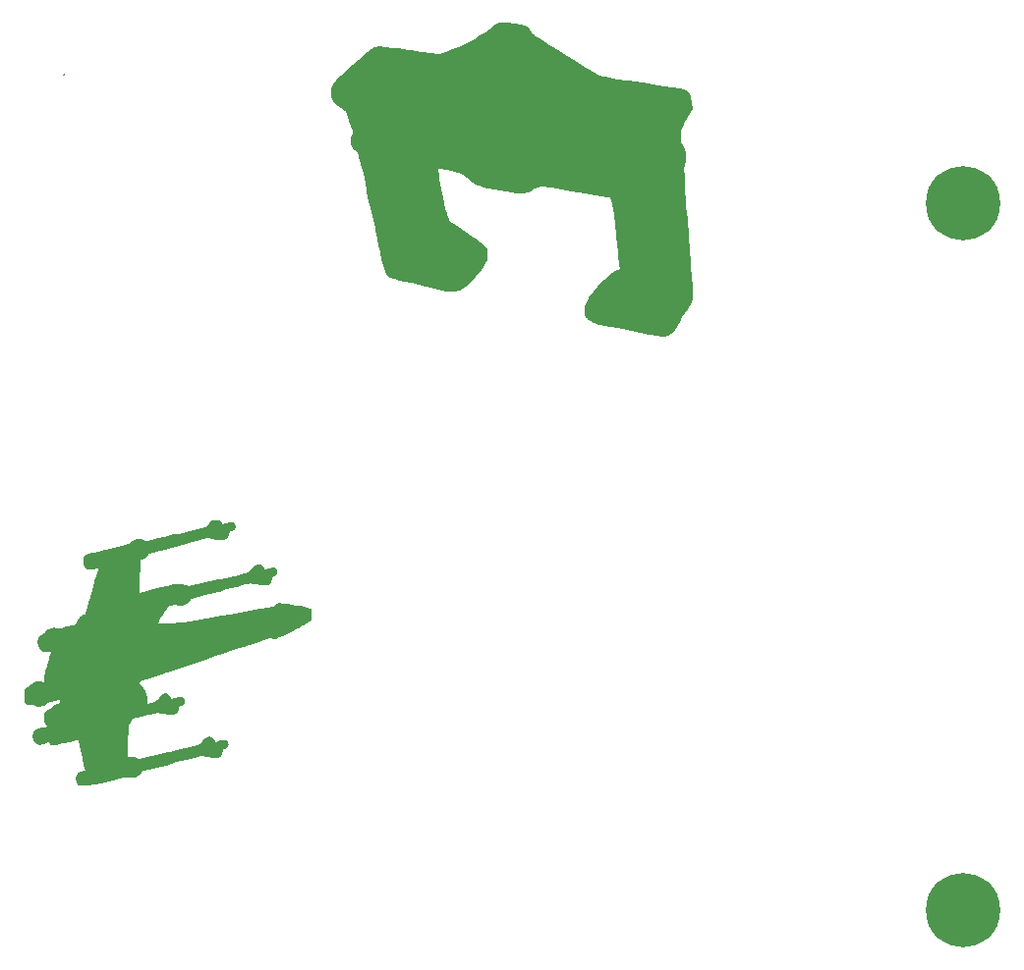
<source format=gbr>
%TF.GenerationSoftware,KiCad,Pcbnew,7.0.11*%
%TF.CreationDate,2025-10-10T23:19:53-07:00*%
%TF.ProjectId,frontpanel,66726f6e-7470-4616-9e65-6c2e6b696361,rev?*%
%TF.SameCoordinates,Original*%
%TF.FileFunction,Copper,L1,Top*%
%TF.FilePolarity,Positive*%
%FSLAX46Y46*%
G04 Gerber Fmt 4.6, Leading zero omitted, Abs format (unit mm)*
G04 Created by KiCad (PCBNEW 7.0.11) date 2025-10-10 23:19:53*
%MOMM*%
%LPD*%
G01*
G04 APERTURE LIST*
%TA.AperFunction,NonConductor*%
%ADD10C,0.000000*%
%TD*%
%TA.AperFunction,ComponentPad*%
%ADD11C,6.400000*%
%TD*%
G04 APERTURE END LIST*
D10*
%TA.AperFunction,NonConductor*%
G36*
X127824856Y-42989015D02*
G01*
X127907952Y-42992327D01*
X128087126Y-43004149D01*
X128285087Y-43022620D01*
X128503610Y-43047400D01*
X128744467Y-43078151D01*
X128900000Y-43100000D01*
X129042426Y-43122572D01*
X129172477Y-43146212D01*
X129290881Y-43171268D01*
X129398369Y-43198089D01*
X129495670Y-43227021D01*
X129583514Y-43258413D01*
X129662631Y-43292612D01*
X129733751Y-43329965D01*
X129797603Y-43370821D01*
X129854917Y-43415526D01*
X129906424Y-43464428D01*
X129952852Y-43517876D01*
X129994931Y-43576216D01*
X130033392Y-43639796D01*
X130068964Y-43708964D01*
X130083671Y-43737933D01*
X130100480Y-43767095D01*
X130119889Y-43796786D01*
X130142399Y-43827346D01*
X130168506Y-43859109D01*
X130198710Y-43892413D01*
X130233510Y-43927596D01*
X130273403Y-43964994D01*
X130318889Y-44004944D01*
X130370467Y-44047783D01*
X130428634Y-44093849D01*
X130493889Y-44143477D01*
X130566732Y-44197006D01*
X130647660Y-44254772D01*
X130835767Y-44384363D01*
X131062200Y-44534947D01*
X131330948Y-44709220D01*
X131646000Y-44909877D01*
X132011344Y-45139615D01*
X132430969Y-45401129D01*
X132908865Y-45697116D01*
X134055422Y-46403293D01*
X134791376Y-46857968D01*
X135089167Y-47039322D01*
X135353927Y-47194360D01*
X135595980Y-47326335D01*
X135825645Y-47438501D01*
X136053243Y-47534113D01*
X136289097Y-47616424D01*
X136543527Y-47688689D01*
X136826854Y-47754162D01*
X137149399Y-47816097D01*
X137521484Y-47877747D01*
X138455557Y-48013211D01*
X139711642Y-48186587D01*
X141043936Y-48378749D01*
X142175732Y-48554687D01*
X142987348Y-48694933D01*
X143235688Y-48745587D01*
X143359103Y-48780017D01*
X143390809Y-48795149D01*
X143421419Y-48811165D01*
X143450952Y-48828106D01*
X143479429Y-48846013D01*
X143506872Y-48864927D01*
X143533301Y-48884888D01*
X143558737Y-48905939D01*
X143583201Y-48928119D01*
X143606713Y-48951470D01*
X143629296Y-48976033D01*
X143650968Y-49001848D01*
X143671753Y-49028957D01*
X143691669Y-49057400D01*
X143710739Y-49087219D01*
X143728983Y-49118454D01*
X143746421Y-49151146D01*
X143763075Y-49185336D01*
X143778966Y-49221066D01*
X143794115Y-49258375D01*
X143808541Y-49297306D01*
X143822267Y-49337899D01*
X143835313Y-49380194D01*
X143847700Y-49424234D01*
X143859449Y-49470058D01*
X143881116Y-49567225D01*
X143900480Y-49672022D01*
X143917710Y-49784777D01*
X143932970Y-49905818D01*
X143993609Y-50435901D01*
X143513056Y-51260478D01*
X143373417Y-51503722D01*
X143262010Y-51707935D01*
X143215774Y-51798328D01*
X143175254Y-51882468D01*
X143140003Y-51961525D01*
X143109572Y-52036668D01*
X143083514Y-52109064D01*
X143061383Y-52179883D01*
X143042730Y-52250293D01*
X143027108Y-52321463D01*
X143014071Y-52394561D01*
X143003170Y-52470756D01*
X142985987Y-52637111D01*
X142973362Y-52804852D01*
X142969566Y-52876709D01*
X142967677Y-52941727D01*
X142967866Y-53000787D01*
X142970305Y-53054766D01*
X142975164Y-53104543D01*
X142982616Y-53150997D01*
X142992831Y-53195006D01*
X143005982Y-53237449D01*
X143022240Y-53279205D01*
X143041776Y-53321152D01*
X143064761Y-53364169D01*
X143091368Y-53409135D01*
X143121767Y-53456927D01*
X143156130Y-53508426D01*
X143206328Y-53589006D01*
X143252171Y-53675975D01*
X143293553Y-53768538D01*
X143330366Y-53865903D01*
X143362500Y-53967279D01*
X143389847Y-54071873D01*
X143412301Y-54178892D01*
X143429752Y-54287545D01*
X143442092Y-54397039D01*
X143449213Y-54506581D01*
X143451007Y-54615380D01*
X143447365Y-54722642D01*
X143438181Y-54827577D01*
X143423344Y-54929390D01*
X143402748Y-55027291D01*
X143376284Y-55120486D01*
X143353642Y-55193636D01*
X143333071Y-55266889D01*
X143314982Y-55338284D01*
X143299785Y-55405859D01*
X143287892Y-55467653D01*
X143279713Y-55521705D01*
X143277144Y-55545214D01*
X143275659Y-55566053D01*
X143275307Y-55583974D01*
X143276140Y-55598735D01*
X143285758Y-55744916D01*
X143301596Y-56049055D01*
X143343142Y-56953402D01*
X143373514Y-57526954D01*
X143417031Y-58181071D01*
X143467880Y-58835189D01*
X143520251Y-59408740D01*
X143571065Y-59935526D01*
X143617686Y-60462313D01*
X143654945Y-60927981D01*
X143677676Y-61271411D01*
X143704448Y-61682265D01*
X143752687Y-62331512D01*
X143886217Y-63988566D01*
X143968425Y-64963922D01*
X144024470Y-65692312D01*
X144041361Y-65979559D01*
X144050127Y-66223861D01*
X144050238Y-66431484D01*
X144041167Y-66608693D01*
X144022384Y-66761754D01*
X143993362Y-66896934D01*
X143953573Y-67020496D01*
X143902487Y-67138707D01*
X143839576Y-67257833D01*
X143764312Y-67384138D01*
X143574610Y-67683352D01*
X143357123Y-68032753D01*
X143124842Y-68415219D01*
X142905573Y-68784459D01*
X142727122Y-69094180D01*
X142650017Y-69226615D01*
X142573674Y-69348040D01*
X142497646Y-69458768D01*
X142421485Y-69559111D01*
X142344744Y-69649381D01*
X142266975Y-69729891D01*
X142227565Y-69766584D01*
X142187731Y-69800954D01*
X142147416Y-69833040D01*
X142106564Y-69862882D01*
X142065120Y-69890517D01*
X142023027Y-69915987D01*
X141980230Y-69939329D01*
X141936672Y-69960582D01*
X141892298Y-69979786D01*
X141847052Y-69996980D01*
X141800878Y-70012202D01*
X141753720Y-70025492D01*
X141705522Y-70036889D01*
X141656228Y-70046433D01*
X141554127Y-70060113D01*
X141446972Y-70066845D01*
X141334315Y-70066943D01*
X141287653Y-70063822D01*
X141223338Y-70056627D01*
X141046313Y-70030872D01*
X140812372Y-69991397D01*
X140530643Y-69939917D01*
X140210256Y-69878149D01*
X139860341Y-69807809D01*
X139490028Y-69730614D01*
X139108446Y-69648280D01*
X139108446Y-69648265D01*
X138327214Y-69481835D01*
X137577040Y-69330933D01*
X136943161Y-69212167D01*
X136510813Y-69142146D01*
X136307493Y-69112805D01*
X136215386Y-69097386D01*
X136128763Y-69081187D01*
X136046964Y-69063997D01*
X135969325Y-69045606D01*
X135895185Y-69025803D01*
X135823881Y-69004377D01*
X135754752Y-68981118D01*
X135687133Y-68955813D01*
X135620365Y-68928254D01*
X135553784Y-68898229D01*
X135486728Y-68865527D01*
X135418534Y-68829938D01*
X135276087Y-68749255D01*
X135175382Y-68687853D01*
X135080824Y-68626680D01*
X134994526Y-68567353D01*
X134918601Y-68511489D01*
X134855162Y-68460704D01*
X134828785Y-68437722D01*
X134806322Y-68416616D01*
X134788036Y-68397589D01*
X134774193Y-68380842D01*
X134765056Y-68366578D01*
X134760889Y-68354998D01*
X134723798Y-68108867D01*
X134709788Y-68004643D01*
X134698947Y-67911051D01*
X134691383Y-67826643D01*
X134687204Y-67749972D01*
X134686518Y-67679590D01*
X134689432Y-67614051D01*
X134696057Y-67551906D01*
X134706498Y-67491710D01*
X134720865Y-67432014D01*
X134739266Y-67371370D01*
X134761809Y-67308333D01*
X134788603Y-67241453D01*
X134855372Y-67090381D01*
X134937496Y-66929261D01*
X135042432Y-66752770D01*
X135167348Y-66564000D01*
X135309410Y-66366044D01*
X135465784Y-66161995D01*
X135633636Y-65954946D01*
X135810135Y-65747990D01*
X135992445Y-65544219D01*
X136177734Y-65346727D01*
X136363169Y-65158606D01*
X136545915Y-64982949D01*
X136723140Y-64822850D01*
X136892009Y-64681400D01*
X137049691Y-64561694D01*
X137193350Y-64466824D01*
X137320154Y-64399882D01*
X137731486Y-64217929D01*
X137681536Y-63866496D01*
X137651731Y-63626484D01*
X137607476Y-63232790D01*
X137554749Y-62740006D01*
X137499529Y-62202723D01*
X137298770Y-60324141D01*
X137212642Y-59621222D01*
X137134102Y-59063475D01*
X137061717Y-58641591D01*
X136994053Y-58346264D01*
X136961543Y-58243150D01*
X136929676Y-58168185D01*
X136898272Y-58120206D01*
X136867152Y-58098048D01*
X136638478Y-58049230D01*
X136157804Y-57960032D01*
X134719857Y-57708330D01*
X133112110Y-57438608D01*
X131893366Y-57246531D01*
X130858950Y-57096728D01*
X130224306Y-57418857D01*
X130016088Y-57523459D01*
X129928460Y-57565733D01*
X129849344Y-57601823D01*
X129776883Y-57632105D01*
X129709220Y-57656955D01*
X129644500Y-57676749D01*
X129580864Y-57691862D01*
X129516457Y-57702671D01*
X129449422Y-57709551D01*
X129377903Y-57712879D01*
X129300042Y-57713029D01*
X129213983Y-57710379D01*
X129117869Y-57705303D01*
X128888052Y-57689380D01*
X128438155Y-57645436D01*
X127941565Y-57578542D01*
X127423666Y-57493839D01*
X126909839Y-57396471D01*
X126425468Y-57291581D01*
X125995937Y-57184312D01*
X125646627Y-57079808D01*
X125509987Y-57030199D01*
X125402922Y-56983210D01*
X125356754Y-56959269D01*
X125308003Y-56932241D01*
X125257085Y-56902426D01*
X125204418Y-56870123D01*
X125095511Y-56799258D01*
X124984622Y-56722047D01*
X124875096Y-56640891D01*
X124770273Y-56558192D01*
X124673495Y-56476351D01*
X124629169Y-56436502D01*
X124588106Y-56397769D01*
X124527604Y-56339982D01*
X124470749Y-56287751D01*
X124416523Y-56240580D01*
X124363906Y-56197973D01*
X124311882Y-56159436D01*
X124259431Y-56124474D01*
X124205536Y-56092590D01*
X124149177Y-56063290D01*
X124089337Y-56036078D01*
X124024998Y-56010459D01*
X123955140Y-55985937D01*
X123878746Y-55962018D01*
X123794798Y-55938206D01*
X123702276Y-55914006D01*
X123600163Y-55888923D01*
X123487440Y-55862460D01*
X123180773Y-55793733D01*
X122877794Y-55729372D01*
X122613441Y-55676590D01*
X122422652Y-55642604D01*
X122077532Y-55588817D01*
X122146940Y-56165271D01*
X122165142Y-56300940D01*
X122190337Y-56465924D01*
X122257155Y-56858405D01*
X122338291Y-57291850D01*
X122424639Y-57715396D01*
X122586745Y-58469589D01*
X122716122Y-59038635D01*
X122773328Y-59264425D01*
X122828101Y-59456766D01*
X122882357Y-59619935D01*
X122938012Y-59758214D01*
X122996984Y-59875880D01*
X123061189Y-59977213D01*
X123132543Y-60066491D01*
X123212962Y-60147994D01*
X123304363Y-60226001D01*
X123408662Y-60304791D01*
X123663622Y-60481837D01*
X125147986Y-61493525D01*
X125370209Y-61647392D01*
X125573290Y-61793658D01*
X125754965Y-61930468D01*
X125912969Y-62055964D01*
X126045036Y-62168290D01*
X126148902Y-62265587D01*
X126189552Y-62308021D01*
X126222303Y-62346000D01*
X126246870Y-62379295D01*
X126262972Y-62407672D01*
X126287168Y-62467116D01*
X126307951Y-62531342D01*
X126325331Y-62599750D01*
X126339317Y-62671742D01*
X126349917Y-62746719D01*
X126357140Y-62824084D01*
X126360995Y-62903236D01*
X126361491Y-62983578D01*
X126358636Y-63064510D01*
X126352439Y-63145435D01*
X126342910Y-63225754D01*
X126330056Y-63304868D01*
X126313886Y-63382178D01*
X126294410Y-63457086D01*
X126271636Y-63528993D01*
X126245573Y-63597300D01*
X126171141Y-63754128D01*
X126073785Y-63925765D01*
X125956449Y-64109007D01*
X125822078Y-64300653D01*
X125673619Y-64497500D01*
X125514017Y-64696345D01*
X125346217Y-64893985D01*
X125173165Y-65087217D01*
X124997805Y-65272839D01*
X124823084Y-65447648D01*
X124651946Y-65608440D01*
X124487338Y-65752014D01*
X124332204Y-65875167D01*
X124189491Y-65974695D01*
X124062142Y-66047396D01*
X124005150Y-66072686D01*
X123953104Y-66090068D01*
X123844445Y-66116378D01*
X123731498Y-66138119D01*
X123614629Y-66155312D01*
X123494202Y-66167977D01*
X123370582Y-66176135D01*
X123244134Y-66179806D01*
X123115221Y-66179010D01*
X122984210Y-66173770D01*
X122851464Y-66164104D01*
X122717348Y-66150034D01*
X122582227Y-66131581D01*
X122446466Y-66108764D01*
X122310429Y-66081604D01*
X122174481Y-66050123D01*
X122038987Y-66014340D01*
X121904311Y-65974276D01*
X121742245Y-65926351D01*
X121534263Y-65869676D01*
X121015001Y-65738462D01*
X120415426Y-65597406D01*
X119804442Y-65463275D01*
X119192147Y-65331529D01*
X118712373Y-65219405D01*
X118516077Y-65168107D01*
X118345587Y-65118604D01*
X118198460Y-65069857D01*
X118072257Y-65020829D01*
X117964534Y-64970484D01*
X117872852Y-64917784D01*
X117794767Y-64861692D01*
X117727840Y-64801170D01*
X117669627Y-64735183D01*
X117617689Y-64662692D01*
X117569583Y-64582661D01*
X117522867Y-64494052D01*
X117480451Y-64394518D01*
X117430899Y-64252572D01*
X117315368Y-63863126D01*
X117186240Y-63369087D01*
X117053476Y-62813827D01*
X116927041Y-62240722D01*
X116816898Y-61693142D01*
X116733009Y-61214462D01*
X116704024Y-61014514D01*
X116685339Y-60848056D01*
X116674169Y-60746103D01*
X116658182Y-60634733D01*
X116638127Y-60517545D01*
X116614752Y-60398141D01*
X116588806Y-60280119D01*
X116561037Y-60167079D01*
X116532193Y-60062622D01*
X116503023Y-59970347D01*
X116420444Y-59698728D01*
X116322502Y-59330062D01*
X116217326Y-58900794D01*
X116113045Y-58447366D01*
X116017786Y-58006220D01*
X115939681Y-57613801D01*
X115886856Y-57306551D01*
X115872464Y-57196253D01*
X115867441Y-57120913D01*
X115866263Y-57071104D01*
X115862563Y-57016944D01*
X115856098Y-56957426D01*
X115846620Y-56891543D01*
X115833884Y-56818287D01*
X115817646Y-56736650D01*
X115797659Y-56645623D01*
X115773677Y-56544201D01*
X115712750Y-56306135D01*
X115632898Y-56014390D01*
X115532159Y-55660903D01*
X115408568Y-55237613D01*
X115364684Y-55085168D01*
X115323744Y-54936437D01*
X115286645Y-54795142D01*
X115254281Y-54665003D01*
X115227549Y-54549741D01*
X115207346Y-54453076D01*
X115194567Y-54378730D01*
X115190108Y-54330424D01*
X115189880Y-54321841D01*
X115189206Y-54313126D01*
X115186559Y-54295365D01*
X115182257Y-54277275D01*
X115176389Y-54258987D01*
X115169043Y-54240634D01*
X115160310Y-54222348D01*
X115150277Y-54204262D01*
X115139035Y-54186507D01*
X115126672Y-54169217D01*
X115113278Y-54152523D01*
X115098942Y-54136558D01*
X115083752Y-54121454D01*
X115067799Y-54107344D01*
X115051170Y-54094360D01*
X115033956Y-54082634D01*
X115016245Y-54072299D01*
X114993756Y-54059353D01*
X114971177Y-54044579D01*
X114948561Y-54028068D01*
X114925960Y-54009911D01*
X114881015Y-53969023D01*
X114836762Y-53922644D01*
X114793624Y-53871501D01*
X114752021Y-53816321D01*
X114712375Y-53757834D01*
X114675106Y-53696767D01*
X114640636Y-53633847D01*
X114609387Y-53569803D01*
X114581778Y-53505362D01*
X114558231Y-53441252D01*
X114539168Y-53378202D01*
X114525009Y-53316939D01*
X114519901Y-53287205D01*
X114516176Y-53258191D01*
X114513889Y-53229987D01*
X114513090Y-53202685D01*
X114513758Y-53177184D01*
X114515779Y-53149743D01*
X114519086Y-53120618D01*
X114523610Y-53090063D01*
X114529281Y-53058334D01*
X114536030Y-53025685D01*
X114543788Y-52992374D01*
X114552487Y-52958653D01*
X114562058Y-52924780D01*
X114572430Y-52891008D01*
X114583536Y-52857594D01*
X114595307Y-52824792D01*
X114607673Y-52792858D01*
X114620566Y-52762047D01*
X114633915Y-52732614D01*
X114647654Y-52704814D01*
X114669115Y-52662592D01*
X114687731Y-52624044D01*
X114703505Y-52588577D01*
X114716443Y-52555595D01*
X114726549Y-52524506D01*
X114730541Y-52509486D01*
X114733828Y-52494715D01*
X114736408Y-52480121D01*
X114738284Y-52465629D01*
X114739455Y-52451164D01*
X114739922Y-52436652D01*
X114739686Y-52422019D01*
X114738748Y-52407192D01*
X114737107Y-52392094D01*
X114734765Y-52376653D01*
X114731722Y-52360794D01*
X114727978Y-52344443D01*
X114718393Y-52309967D01*
X114706013Y-52272631D01*
X114690844Y-52231841D01*
X114672890Y-52187003D01*
X114652155Y-52137523D01*
X114622068Y-52063399D01*
X114586463Y-51969966D01*
X114546657Y-51861004D01*
X114503968Y-51740295D01*
X114415217Y-51478760D01*
X114371791Y-51345496D01*
X114330756Y-51215609D01*
X114268396Y-51019076D01*
X114240666Y-50937458D01*
X114214154Y-50865466D01*
X114188051Y-50801992D01*
X114161545Y-50745931D01*
X114133825Y-50696178D01*
X114104080Y-50651625D01*
X114071501Y-50611166D01*
X114035274Y-50573697D01*
X113994591Y-50538110D01*
X113948639Y-50503299D01*
X113896609Y-50468160D01*
X113837689Y-50431585D01*
X113695936Y-50349704D01*
X113598194Y-50290767D01*
X113505116Y-50227061D01*
X113416935Y-50158933D01*
X113333881Y-50086732D01*
X113256186Y-50010808D01*
X113184080Y-49931509D01*
X113117795Y-49849183D01*
X113057562Y-49764180D01*
X113003611Y-49676848D01*
X112956174Y-49587537D01*
X112915482Y-49496594D01*
X112897738Y-49450620D01*
X112881766Y-49404369D01*
X112867597Y-49357884D01*
X112855258Y-49311210D01*
X112844778Y-49264390D01*
X112836187Y-49217466D01*
X112829513Y-49170484D01*
X112824785Y-49123487D01*
X112822032Y-49076518D01*
X112821284Y-49029620D01*
X112824821Y-48914977D01*
X112834871Y-48806091D01*
X112842699Y-48753314D01*
X112852588Y-48701385D01*
X112864683Y-48650107D01*
X112879128Y-48599283D01*
X112896068Y-48548717D01*
X112915646Y-48498211D01*
X112938007Y-48447568D01*
X112963295Y-48396592D01*
X112991655Y-48345086D01*
X113023231Y-48292852D01*
X113058168Y-48239694D01*
X113096610Y-48185414D01*
X113138701Y-48129816D01*
X113184585Y-48072703D01*
X113288312Y-47953144D01*
X113408945Y-47825160D01*
X113547640Y-47687177D01*
X113705551Y-47537618D01*
X113883834Y-47374908D01*
X114083642Y-47197472D01*
X114306132Y-47003734D01*
X115248160Y-46184693D01*
X115622538Y-45855823D01*
X115864321Y-45640368D01*
X115986761Y-45530482D01*
X116098617Y-45433601D01*
X116201980Y-45349127D01*
X116298944Y-45276460D01*
X116345680Y-45244366D01*
X116391600Y-45214999D01*
X116436966Y-45188284D01*
X116482040Y-45164146D01*
X116527083Y-45142510D01*
X116572357Y-45123300D01*
X116618123Y-45106443D01*
X116664643Y-45091863D01*
X116712178Y-45079484D01*
X116760990Y-45069233D01*
X116811341Y-45061034D01*
X116863491Y-45054812D01*
X116917703Y-45050492D01*
X116974238Y-45048000D01*
X117033357Y-45047260D01*
X117095322Y-45048197D01*
X117228837Y-45054803D01*
X117376875Y-45067219D01*
X117541527Y-45084845D01*
X117724886Y-45107081D01*
X118092130Y-45151700D01*
X118431031Y-45189995D01*
X118703910Y-45217888D01*
X118873091Y-45231303D01*
X118926707Y-45234648D01*
X118981736Y-45239717D01*
X119036617Y-45246258D01*
X119089785Y-45254021D01*
X119139680Y-45262755D01*
X119184737Y-45272211D01*
X119223396Y-45282138D01*
X119239836Y-45287199D01*
X119254092Y-45292285D01*
X119404024Y-45324929D01*
X119714479Y-45376915D01*
X120618880Y-45510993D01*
X121571136Y-45638667D01*
X121941412Y-45682651D01*
X122175093Y-45704089D01*
X122257442Y-45692692D01*
X122391008Y-45655044D01*
X122781373Y-45514578D01*
X123285354Y-45309853D01*
X123842118Y-45068032D01*
X124390831Y-44816277D01*
X124870658Y-44581750D01*
X125065729Y-44479435D01*
X125220766Y-44391613D01*
X125328164Y-44321679D01*
X125380320Y-44273028D01*
X125384608Y-44266539D01*
X125389969Y-44259629D01*
X125403781Y-44244627D01*
X125421495Y-44228184D01*
X125442849Y-44210463D01*
X125467585Y-44191626D01*
X125495441Y-44171833D01*
X125526157Y-44151249D01*
X125559472Y-44130033D01*
X125595127Y-44108349D01*
X125632860Y-44086359D01*
X125672410Y-44064224D01*
X125713519Y-44042106D01*
X125755924Y-44020168D01*
X125799367Y-43998571D01*
X125843585Y-43977477D01*
X125888319Y-43957049D01*
X125933994Y-43935850D01*
X125980974Y-43912495D01*
X126028905Y-43887221D01*
X126077434Y-43860268D01*
X126174872Y-43802274D01*
X126270461Y-43740418D01*
X126361372Y-43676606D01*
X126404189Y-43644562D01*
X126444777Y-43612744D01*
X126482782Y-43581389D01*
X126517850Y-43550736D01*
X126549627Y-43521023D01*
X126577761Y-43492488D01*
X126669812Y-43398076D01*
X126714792Y-43354910D01*
X126759370Y-43314382D01*
X126803768Y-43276448D01*
X126848208Y-43241067D01*
X126892911Y-43208195D01*
X126938099Y-43177791D01*
X126983993Y-43149813D01*
X127030816Y-43124217D01*
X127078789Y-43100961D01*
X127128133Y-43080004D01*
X127179071Y-43061302D01*
X127231824Y-43044813D01*
X127286614Y-43030495D01*
X127343662Y-43018306D01*
X127403190Y-43008202D01*
X127465420Y-43000142D01*
X127530574Y-42994084D01*
X127598872Y-42989984D01*
X127670538Y-42987801D01*
X127745792Y-42987492D01*
X127824856Y-42989015D01*
G37*
%TD.AperFunction*%
%TA.AperFunction,NonConductor*%
G36*
X103361375Y-86018343D02*
G01*
X103369404Y-86028250D01*
X103377207Y-86038595D01*
X103384743Y-86049294D01*
X103391972Y-86060263D01*
X103398855Y-86071418D01*
X103405350Y-86082675D01*
X103411418Y-86093951D01*
X103417018Y-86105160D01*
X103422110Y-86116220D01*
X103426653Y-86127046D01*
X103430609Y-86137555D01*
X103433935Y-86147662D01*
X103436592Y-86157284D01*
X103438540Y-86166336D01*
X103439738Y-86174735D01*
X103440147Y-86182396D01*
X103440147Y-86252779D01*
X103782457Y-86165498D01*
X103879011Y-86141684D01*
X103967382Y-86121703D01*
X104047997Y-86105614D01*
X104121283Y-86093475D01*
X104187666Y-86085347D01*
X104247573Y-86081288D01*
X104301431Y-86081359D01*
X104349668Y-86085619D01*
X104392708Y-86094127D01*
X104430980Y-86106942D01*
X104448462Y-86114984D01*
X104464911Y-86124125D01*
X104480381Y-86134373D01*
X104494926Y-86145734D01*
X104521453Y-86171830D01*
X104544919Y-86202471D01*
X104565750Y-86237717D01*
X104584373Y-86277627D01*
X104593689Y-86301165D01*
X104601891Y-86324482D01*
X104608988Y-86347554D01*
X104614989Y-86370359D01*
X104619904Y-86392876D01*
X104623740Y-86415081D01*
X104626507Y-86436951D01*
X104628213Y-86458466D01*
X104628868Y-86479601D01*
X104628480Y-86500335D01*
X104627059Y-86520644D01*
X104624612Y-86540508D01*
X104621150Y-86559902D01*
X104616681Y-86578805D01*
X104611213Y-86597195D01*
X104604756Y-86615048D01*
X104597319Y-86632342D01*
X104588910Y-86649055D01*
X104579538Y-86665164D01*
X104569213Y-86680647D01*
X104557942Y-86695482D01*
X104545736Y-86709645D01*
X104532602Y-86723115D01*
X104518551Y-86735869D01*
X104503589Y-86747884D01*
X104487728Y-86759138D01*
X104470974Y-86769609D01*
X104453338Y-86779274D01*
X104434828Y-86788110D01*
X104415453Y-86796096D01*
X104395222Y-86803208D01*
X104374144Y-86809425D01*
X104290690Y-86832238D01*
X104256684Y-86842406D01*
X104227220Y-86852344D01*
X104201844Y-86862499D01*
X104190548Y-86867799D01*
X104180103Y-86873321D01*
X104170454Y-86879121D01*
X104161544Y-86885255D01*
X104153316Y-86891779D01*
X104145713Y-86898749D01*
X104138678Y-86906220D01*
X104132156Y-86914250D01*
X104126088Y-86922894D01*
X104120419Y-86932207D01*
X104115092Y-86942246D01*
X104110050Y-86953066D01*
X104100594Y-86977275D01*
X104091598Y-87005282D01*
X104082608Y-87037533D01*
X104062832Y-87116560D01*
X104052493Y-87156144D01*
X104041239Y-87193883D01*
X104029024Y-87229795D01*
X104015803Y-87263903D01*
X104001531Y-87296226D01*
X103986161Y-87326784D01*
X103969650Y-87355598D01*
X103951951Y-87382689D01*
X103933019Y-87408075D01*
X103912809Y-87431779D01*
X103891274Y-87453819D01*
X103868370Y-87474217D01*
X103844052Y-87492992D01*
X103818273Y-87510165D01*
X103790988Y-87525757D01*
X103762153Y-87539787D01*
X103731721Y-87552276D01*
X103699647Y-87563244D01*
X103665886Y-87572711D01*
X103630392Y-87580699D01*
X103593120Y-87587226D01*
X103554024Y-87592314D01*
X103513059Y-87595983D01*
X103470180Y-87598252D01*
X103425341Y-87599143D01*
X103378496Y-87598675D01*
X103329601Y-87596870D01*
X103278610Y-87593747D01*
X103170157Y-87583628D01*
X103052774Y-87568482D01*
X102552045Y-87496150D01*
X102478817Y-87486247D01*
X102412087Y-87478691D01*
X102351461Y-87473468D01*
X102296543Y-87470566D01*
X102246938Y-87469970D01*
X102202253Y-87471666D01*
X102181631Y-87473370D01*
X102162091Y-87475642D01*
X102143584Y-87478481D01*
X102126059Y-87481884D01*
X101873163Y-87537089D01*
X101282577Y-87677186D01*
X100611757Y-87849340D01*
X100052119Y-88002884D01*
X99873811Y-88056845D01*
X99795079Y-88087154D01*
X99787458Y-88092811D01*
X99779058Y-88098507D01*
X99769965Y-88104202D01*
X99760265Y-88109859D01*
X99750043Y-88115441D01*
X99739385Y-88120908D01*
X99728377Y-88126224D01*
X99717105Y-88131350D01*
X99705655Y-88136248D01*
X99694112Y-88140880D01*
X99682563Y-88145210D01*
X99671094Y-88149197D01*
X99659789Y-88152806D01*
X99648736Y-88155997D01*
X99638020Y-88158733D01*
X99627727Y-88160976D01*
X99606601Y-88165363D01*
X99583889Y-88170622D01*
X99560304Y-88176545D01*
X99536558Y-88182929D01*
X99513364Y-88189565D01*
X99491432Y-88196249D01*
X99471476Y-88202774D01*
X99454208Y-88208934D01*
X99432089Y-88216216D01*
X99398252Y-88225885D01*
X99354379Y-88237526D01*
X99302155Y-88250722D01*
X99243265Y-88265054D01*
X99179392Y-88280108D01*
X99112221Y-88295466D01*
X99043436Y-88310710D01*
X98596266Y-88414723D01*
X98026918Y-88554411D01*
X97515685Y-88684729D01*
X97338202Y-88732297D01*
X97242858Y-88760631D01*
X97230510Y-88765431D01*
X97218639Y-88770789D01*
X97207228Y-88776725D01*
X97196257Y-88783257D01*
X97185708Y-88790405D01*
X97175563Y-88798188D01*
X97165803Y-88806625D01*
X97156409Y-88815735D01*
X97147362Y-88825537D01*
X97138646Y-88836050D01*
X97130239Y-88847294D01*
X97122125Y-88859287D01*
X97114285Y-88872049D01*
X97106700Y-88885598D01*
X97099351Y-88899955D01*
X97092221Y-88915138D01*
X97086322Y-88927575D01*
X97079798Y-88940162D01*
X97072717Y-88952810D01*
X97065146Y-88965433D01*
X97057153Y-88977945D01*
X97048805Y-88990259D01*
X97040170Y-89002289D01*
X97031315Y-89013948D01*
X97022308Y-89025150D01*
X97013217Y-89035808D01*
X97004110Y-89045835D01*
X96995053Y-89055146D01*
X96986114Y-89063653D01*
X96977361Y-89071271D01*
X96968862Y-89077911D01*
X96960684Y-89083489D01*
X96943365Y-89094681D01*
X96923853Y-89107839D01*
X96902814Y-89122481D01*
X96880916Y-89138126D01*
X96858824Y-89154291D01*
X96837207Y-89170496D01*
X96816730Y-89186257D01*
X96798061Y-89201093D01*
X96788780Y-89208288D01*
X96778559Y-89215603D01*
X96767503Y-89222987D01*
X96755714Y-89230389D01*
X96743298Y-89237757D01*
X96730358Y-89245040D01*
X96716999Y-89252186D01*
X96703324Y-89259143D01*
X96689437Y-89265861D01*
X96675443Y-89272286D01*
X96661445Y-89278369D01*
X96647548Y-89284058D01*
X96633855Y-89289300D01*
X96620471Y-89294044D01*
X96607499Y-89298240D01*
X96595044Y-89301834D01*
X96477080Y-89333578D01*
X96459717Y-89523215D01*
X96429242Y-90013333D01*
X96382264Y-90885183D01*
X96339146Y-91747126D01*
X96320249Y-92207525D01*
X96320249Y-92326708D01*
X96438827Y-92210929D01*
X96456148Y-92194403D01*
X96472950Y-92179181D01*
X96489405Y-92165178D01*
X96505688Y-92152306D01*
X96521971Y-92140480D01*
X96538429Y-92129612D01*
X96555234Y-92119616D01*
X96572559Y-92110406D01*
X96590579Y-92101894D01*
X96609465Y-92093995D01*
X96629393Y-92086622D01*
X96650535Y-92079688D01*
X96673064Y-92073107D01*
X96697154Y-92066792D01*
X96722978Y-92060657D01*
X96750709Y-92054615D01*
X97159714Y-91957470D01*
X97878340Y-91780190D01*
X98613562Y-91595702D01*
X99072354Y-91476930D01*
X99094486Y-91471060D01*
X99116551Y-91465695D01*
X99138527Y-91460838D01*
X99160396Y-91456491D01*
X99182137Y-91452656D01*
X99203729Y-91449335D01*
X99225152Y-91446530D01*
X99246387Y-91444244D01*
X99267413Y-91442477D01*
X99288209Y-91441233D01*
X99308757Y-91440514D01*
X99329035Y-91440321D01*
X99349023Y-91440656D01*
X99368701Y-91441522D01*
X99388050Y-91442920D01*
X99407048Y-91444853D01*
X99439783Y-91448456D01*
X99473924Y-91451486D01*
X99508465Y-91453919D01*
X99542403Y-91455733D01*
X99574732Y-91456905D01*
X99604448Y-91457414D01*
X99630546Y-91457235D01*
X99652022Y-91456347D01*
X99675382Y-91455109D01*
X99706931Y-91454007D01*
X99789031Y-91452318D01*
X99887204Y-91451493D01*
X99990331Y-91451749D01*
X100062209Y-91453209D01*
X100093762Y-91454490D01*
X100122810Y-91456230D01*
X100149669Y-91458496D01*
X100174655Y-91461358D01*
X100198083Y-91464884D01*
X100220268Y-91469141D01*
X100241526Y-91474200D01*
X100262172Y-91480127D01*
X100282522Y-91486991D01*
X100302891Y-91494862D01*
X100323594Y-91503806D01*
X100344947Y-91513893D01*
X100367265Y-91525191D01*
X100390864Y-91537768D01*
X100544353Y-91621365D01*
X100950141Y-91523607D01*
X102010142Y-91263330D01*
X102770802Y-91069212D01*
X102820058Y-91056708D01*
X102872613Y-91044983D01*
X102926844Y-91034297D01*
X102981127Y-91024913D01*
X103033842Y-91017091D01*
X103083364Y-91011094D01*
X103128072Y-91007183D01*
X103166342Y-91005619D01*
X103187485Y-91004654D01*
X103214261Y-91002109D01*
X103283441Y-90992540D01*
X103371349Y-90977424D01*
X103475450Y-90957273D01*
X103593210Y-90932601D01*
X103722093Y-90903921D01*
X103859565Y-90871744D01*
X104003091Y-90836583D01*
X104529475Y-90705728D01*
X104855045Y-90626556D01*
X105108659Y-90566923D01*
X105307913Y-90517701D01*
X105461645Y-90475652D01*
X105524202Y-90456308D01*
X105578691Y-90437544D01*
X105626218Y-90418956D01*
X105667887Y-90400140D01*
X105704803Y-90380692D01*
X105738070Y-90360207D01*
X105768793Y-90338281D01*
X105798076Y-90314509D01*
X105856742Y-90259811D01*
X105889032Y-90226946D01*
X105921574Y-90192112D01*
X105953483Y-90156370D01*
X105983874Y-90120781D01*
X106011862Y-90086406D01*
X106036560Y-90054306D01*
X106057085Y-90025543D01*
X106065506Y-90012744D01*
X106072551Y-90001177D01*
X106080213Y-89988795D01*
X106088836Y-89976403D01*
X106098381Y-89964023D01*
X106108808Y-89951676D01*
X106132152Y-89927170D01*
X106158558Y-89903057D01*
X106187713Y-89879512D01*
X106219305Y-89856709D01*
X106253021Y-89834820D01*
X106288550Y-89814020D01*
X106325578Y-89794483D01*
X106363795Y-89776382D01*
X106402886Y-89759890D01*
X106442541Y-89745182D01*
X106482448Y-89732431D01*
X106522292Y-89721811D01*
X106561764Y-89713495D01*
X106600550Y-89707658D01*
X106626578Y-89704649D01*
X106649736Y-89702296D01*
X106670449Y-89700778D01*
X106689141Y-89700272D01*
X106697862Y-89700455D01*
X106706237Y-89700958D01*
X106714319Y-89701804D01*
X106722161Y-89703015D01*
X106729816Y-89704613D01*
X106737337Y-89706621D01*
X106744778Y-89709061D01*
X106752191Y-89711955D01*
X106759629Y-89715325D01*
X106767145Y-89719195D01*
X106774794Y-89723586D01*
X106782626Y-89728520D01*
X106790696Y-89734020D01*
X106799057Y-89740109D01*
X106816864Y-89754140D01*
X106836469Y-89770793D01*
X106858298Y-89790246D01*
X106910326Y-89838265D01*
X106943024Y-89869714D01*
X106974866Y-89902202D01*
X107005059Y-89934792D01*
X107032811Y-89966549D01*
X107057329Y-89996536D01*
X107068128Y-90010574D01*
X107077822Y-90023818D01*
X107086311Y-90036152D01*
X107093496Y-90047459D01*
X107099279Y-90057622D01*
X107103561Y-90066524D01*
X107137489Y-90146330D01*
X107487195Y-90060084D01*
X107628987Y-90026618D01*
X107756526Y-89999178D01*
X107810585Y-89988604D01*
X107855843Y-89980599D01*
X107890554Y-89975518D01*
X107912970Y-89973715D01*
X107930536Y-89974197D01*
X107947829Y-89975687D01*
X107964831Y-89978163D01*
X107981523Y-89981603D01*
X107997887Y-89985983D01*
X108013904Y-89991282D01*
X108029555Y-89997476D01*
X108044822Y-90004544D01*
X108059686Y-90012463D01*
X108074129Y-90021209D01*
X108088131Y-90030762D01*
X108101675Y-90041098D01*
X108114741Y-90052194D01*
X108127311Y-90064029D01*
X108139366Y-90076579D01*
X108150887Y-90089823D01*
X108161857Y-90103737D01*
X108172256Y-90118299D01*
X108182065Y-90133487D01*
X108191267Y-90149279D01*
X108199841Y-90165651D01*
X108207771Y-90182581D01*
X108215036Y-90200046D01*
X108221619Y-90218025D01*
X108227501Y-90236494D01*
X108232663Y-90255432D01*
X108237086Y-90274815D01*
X108240752Y-90294621D01*
X108243642Y-90314827D01*
X108245738Y-90335412D01*
X108247021Y-90356352D01*
X108247472Y-90377625D01*
X108247321Y-90400328D01*
X108246746Y-90421100D01*
X108245662Y-90440147D01*
X108243986Y-90457681D01*
X108241633Y-90473908D01*
X108238519Y-90489039D01*
X108234559Y-90503281D01*
X108229669Y-90516844D01*
X108223766Y-90529935D01*
X108216763Y-90542765D01*
X108208578Y-90555541D01*
X108199126Y-90568472D01*
X108188322Y-90581767D01*
X108176082Y-90595635D01*
X108162323Y-90610285D01*
X108146959Y-90625924D01*
X108136057Y-90636361D01*
X108124216Y-90646841D01*
X108111549Y-90657293D01*
X108098171Y-90667651D01*
X108084196Y-90677845D01*
X108069738Y-90687807D01*
X108054913Y-90697468D01*
X108039833Y-90706761D01*
X108024614Y-90715617D01*
X108009369Y-90723967D01*
X107994213Y-90731744D01*
X107979261Y-90738877D01*
X107964626Y-90745300D01*
X107950423Y-90750944D01*
X107936767Y-90755740D01*
X107923771Y-90759619D01*
X107801315Y-90792626D01*
X107745654Y-91036433D01*
X107732265Y-91092981D01*
X107718999Y-91144692D01*
X107705712Y-91191796D01*
X107692261Y-91234527D01*
X107678503Y-91273116D01*
X107664292Y-91307797D01*
X107649487Y-91338802D01*
X107633944Y-91366363D01*
X107617518Y-91390713D01*
X107600067Y-91412084D01*
X107581447Y-91430709D01*
X107561514Y-91446820D01*
X107540125Y-91460649D01*
X107517137Y-91472430D01*
X107492405Y-91482395D01*
X107465787Y-91490775D01*
X107431433Y-91498839D01*
X107391468Y-91505659D01*
X107346648Y-91511247D01*
X107297727Y-91515618D01*
X107245459Y-91518782D01*
X107190600Y-91520752D01*
X107076126Y-91521161D01*
X106960341Y-91516945D01*
X106903844Y-91513134D01*
X106849282Y-91508204D01*
X106797412Y-91502168D01*
X106748987Y-91495037D01*
X106704763Y-91486825D01*
X106665493Y-91477544D01*
X106629093Y-91468498D01*
X106589728Y-91460027D01*
X106548647Y-91452319D01*
X106507099Y-91445562D01*
X106466333Y-91439942D01*
X106427600Y-91435647D01*
X106392148Y-91432864D01*
X106361227Y-91431780D01*
X106330047Y-91430749D01*
X106293867Y-91428116D01*
X106253986Y-91424058D01*
X106211700Y-91418756D01*
X106168310Y-91412385D01*
X106125112Y-91405125D01*
X106083407Y-91397153D01*
X106044492Y-91388648D01*
X106002380Y-91379425D01*
X105963248Y-91372291D01*
X105944856Y-91369510D01*
X105927276Y-91367254D01*
X105910530Y-91365525D01*
X105894641Y-91364323D01*
X105879632Y-91363650D01*
X105865524Y-91363506D01*
X105852341Y-91363893D01*
X105840104Y-91364811D01*
X105828837Y-91366262D01*
X105818561Y-91368246D01*
X105809298Y-91370766D01*
X105801072Y-91373821D01*
X105768738Y-91384021D01*
X105700756Y-91402613D01*
X105474615Y-91460751D01*
X105156189Y-91539789D01*
X104779020Y-91631279D01*
X104169705Y-91779249D01*
X103959663Y-91832520D01*
X103797944Y-91876141D01*
X103673487Y-91913231D01*
X103575225Y-91946911D01*
X103492096Y-91980301D01*
X103413036Y-92016519D01*
X103394671Y-92024210D01*
X103367495Y-92033990D01*
X103288862Y-92059219D01*
X103181443Y-92091014D01*
X103049546Y-92128183D01*
X102897476Y-92169535D01*
X102729541Y-92213876D01*
X102550047Y-92260014D01*
X102363303Y-92306757D01*
X101120949Y-92613805D01*
X101024518Y-92638203D01*
X100948127Y-92658966D01*
X100916616Y-92668355D01*
X100889119Y-92677280D01*
X100865301Y-92685888D01*
X100844832Y-92694328D01*
X100827379Y-92702749D01*
X100812609Y-92711297D01*
X100800190Y-92720122D01*
X100789790Y-92729371D01*
X100781075Y-92739193D01*
X100773714Y-92749736D01*
X100767375Y-92761147D01*
X100761724Y-92773576D01*
X100755397Y-92787625D01*
X100748027Y-92802001D01*
X100730332Y-92831586D01*
X100708990Y-92862033D01*
X100684352Y-92893042D01*
X100656769Y-92924315D01*
X100626594Y-92955553D01*
X100594177Y-92986458D01*
X100559870Y-93016731D01*
X100524025Y-93046073D01*
X100486993Y-93074187D01*
X100449125Y-93100772D01*
X100410773Y-93125532D01*
X100372289Y-93148166D01*
X100334023Y-93168377D01*
X100296328Y-93185866D01*
X100259555Y-93200333D01*
X100220199Y-93213840D01*
X100182436Y-93225737D01*
X100145878Y-93236044D01*
X100110138Y-93244783D01*
X100074829Y-93251975D01*
X100039562Y-93257641D01*
X100003950Y-93261801D01*
X99967606Y-93264477D01*
X99930141Y-93265689D01*
X99891169Y-93265458D01*
X99850302Y-93263806D01*
X99807153Y-93260753D01*
X99761333Y-93256321D01*
X99712455Y-93250530D01*
X99660132Y-93243401D01*
X99603976Y-93234955D01*
X99551768Y-93227526D01*
X99501204Y-93221808D01*
X99452943Y-93217823D01*
X99407646Y-93215591D01*
X99365972Y-93215132D01*
X99328580Y-93216467D01*
X99311696Y-93217814D01*
X99296130Y-93219617D01*
X99281965Y-93221879D01*
X99269282Y-93224602D01*
X99215341Y-93237597D01*
X99145435Y-93253966D01*
X98993846Y-93288422D01*
X98965003Y-93294981D01*
X98939211Y-93301275D01*
X98916084Y-93307599D01*
X98895233Y-93314253D01*
X98876271Y-93321532D01*
X98867377Y-93325499D01*
X98858810Y-93329734D01*
X98850521Y-93334275D01*
X98842462Y-93339157D01*
X98834585Y-93344419D01*
X98826840Y-93350098D01*
X98819180Y-93356230D01*
X98811556Y-93362854D01*
X98803919Y-93370005D01*
X98796222Y-93377721D01*
X98780451Y-93394999D01*
X98763854Y-93414982D01*
X98746045Y-93437970D01*
X98726635Y-93464259D01*
X98681464Y-93527930D01*
X98616128Y-93622921D01*
X98542416Y-93732713D01*
X98469375Y-93843705D01*
X98406054Y-93942299D01*
X98346000Y-94035764D01*
X98281872Y-94132791D01*
X98221339Y-94221916D01*
X98172074Y-94291672D01*
X98154683Y-94316877D01*
X98137603Y-94344338D01*
X98120946Y-94373743D01*
X98104823Y-94404778D01*
X98089346Y-94437129D01*
X98074628Y-94470483D01*
X98060780Y-94504526D01*
X98047915Y-94538946D01*
X98036144Y-94573429D01*
X98025579Y-94607660D01*
X98016332Y-94641328D01*
X98008516Y-94674118D01*
X98002241Y-94705717D01*
X97997621Y-94735812D01*
X97994767Y-94764089D01*
X97993790Y-94790234D01*
X97993846Y-94795245D01*
X97994041Y-94799954D01*
X97994414Y-94804367D01*
X97995004Y-94808490D01*
X97995851Y-94812328D01*
X97996994Y-94815888D01*
X97998473Y-94819176D01*
X97999351Y-94820719D01*
X98000328Y-94822197D01*
X98001408Y-94823609D01*
X98002597Y-94824957D01*
X98003900Y-94826242D01*
X98005321Y-94827463D01*
X98006865Y-94828622D01*
X98008538Y-94829720D01*
X98010344Y-94830757D01*
X98012288Y-94831734D01*
X98016611Y-94833512D01*
X98021546Y-94835058D01*
X98027132Y-94836379D01*
X98033410Y-94837481D01*
X98040417Y-94838370D01*
X98048195Y-94839052D01*
X98056782Y-94839532D01*
X98066218Y-94839816D01*
X98076543Y-94839911D01*
X98087795Y-94839823D01*
X98100014Y-94839556D01*
X98113240Y-94839118D01*
X98142869Y-94837750D01*
X98176999Y-94835766D01*
X98215945Y-94833213D01*
X98260023Y-94830138D01*
X98689374Y-94802867D01*
X99347781Y-94763790D01*
X99619407Y-94746956D01*
X99861968Y-94729152D01*
X100085152Y-94709224D01*
X100298646Y-94686017D01*
X100512137Y-94658378D01*
X100735315Y-94625151D01*
X100977866Y-94585184D01*
X101249477Y-94537321D01*
X102025371Y-94398554D01*
X102618690Y-94292988D01*
X103394584Y-94156941D01*
X104185692Y-94018263D01*
X106247123Y-93654167D01*
X107326568Y-93464412D01*
X107797586Y-93378126D01*
X107824255Y-93372906D01*
X107848413Y-93367777D01*
X107870261Y-93362620D01*
X107890002Y-93357320D01*
X107907839Y-93351759D01*
X107923975Y-93345819D01*
X107938612Y-93339385D01*
X107951953Y-93332338D01*
X107964201Y-93324561D01*
X107975558Y-93315938D01*
X107986226Y-93306352D01*
X107996409Y-93295685D01*
X108006309Y-93283820D01*
X108016129Y-93270640D01*
X108026071Y-93256029D01*
X108036339Y-93239868D01*
X108056338Y-93208854D01*
X108066236Y-93194629D01*
X108076142Y-93181236D01*
X108086113Y-93168658D01*
X108096206Y-93156878D01*
X108106477Y-93145878D01*
X108116984Y-93135643D01*
X108127783Y-93126154D01*
X108138932Y-93117395D01*
X108150486Y-93109350D01*
X108162503Y-93102000D01*
X108175040Y-93095329D01*
X108188153Y-93089320D01*
X108201900Y-93083956D01*
X108216337Y-93079220D01*
X108231520Y-93075095D01*
X108247508Y-93071564D01*
X108264356Y-93068609D01*
X108282121Y-93066215D01*
X108300861Y-93064364D01*
X108320631Y-93063038D01*
X108341490Y-93062222D01*
X108363494Y-93061898D01*
X108386699Y-93062048D01*
X108411162Y-93062657D01*
X108464092Y-93065180D01*
X108522737Y-93069331D01*
X108587553Y-93074973D01*
X108860255Y-93105073D01*
X109174359Y-93147576D01*
X109515075Y-93199878D01*
X109867614Y-93259379D01*
X110217187Y-93323475D01*
X110549007Y-93389564D01*
X110848284Y-93455045D01*
X111100230Y-93517313D01*
X111112104Y-93520700D01*
X111117488Y-93522524D01*
X111122519Y-93524550D01*
X111127209Y-93526866D01*
X111131570Y-93529557D01*
X111133631Y-93531071D01*
X111135614Y-93532711D01*
X111137520Y-93534488D01*
X111139352Y-93536413D01*
X111141111Y-93538497D01*
X111142798Y-93540751D01*
X111144415Y-93543186D01*
X111145963Y-93545812D01*
X111147443Y-93548640D01*
X111148858Y-93551681D01*
X111150208Y-93554945D01*
X111151496Y-93558445D01*
X111153889Y-93566191D01*
X111156048Y-93575006D01*
X111157987Y-93584976D01*
X111159715Y-93596188D01*
X111161247Y-93608728D01*
X111162592Y-93622683D01*
X111163765Y-93638140D01*
X111164775Y-93655184D01*
X111165637Y-93673904D01*
X111166360Y-93694385D01*
X111166958Y-93716714D01*
X111167442Y-93740977D01*
X111168117Y-93795654D01*
X111168481Y-93859109D01*
X111168657Y-94015122D01*
X111168233Y-94190275D01*
X111167199Y-94261577D01*
X111165168Y-94323319D01*
X111161802Y-94376466D01*
X111156766Y-94421986D01*
X111149722Y-94460846D01*
X111140335Y-94494011D01*
X111134657Y-94508761D01*
X111128267Y-94522449D01*
X111121122Y-94535197D01*
X111113181Y-94547126D01*
X111094742Y-94569010D01*
X111072612Y-94589066D01*
X111046454Y-94608261D01*
X111015932Y-94627562D01*
X110940450Y-94670349D01*
X110885778Y-94701731D01*
X110804458Y-94749774D01*
X110707461Y-94807944D01*
X110605756Y-94869708D01*
X110498036Y-94934627D01*
X110384682Y-95001348D01*
X110279172Y-95062037D01*
X110194984Y-95108864D01*
X109799426Y-95323787D01*
X109405430Y-95528455D01*
X108874104Y-95793701D01*
X108385405Y-96030885D01*
X108213276Y-96111253D01*
X108119286Y-96151367D01*
X108100905Y-96157502D01*
X108083928Y-96162685D01*
X108068041Y-96166876D01*
X108052924Y-96170033D01*
X108038262Y-96172115D01*
X108031002Y-96172741D01*
X108023736Y-96173082D01*
X108016426Y-96173134D01*
X108009031Y-96172892D01*
X108001512Y-96172351D01*
X107993830Y-96171505D01*
X107985943Y-96170350D01*
X107977814Y-96168880D01*
X107960667Y-96164974D01*
X107942073Y-96159749D01*
X107921713Y-96153161D01*
X107899271Y-96145171D01*
X107874430Y-96135738D01*
X107846873Y-96124820D01*
X107816283Y-96112376D01*
X107767423Y-96093075D01*
X107745117Y-96084872D01*
X107724132Y-96077616D01*
X107704395Y-96071293D01*
X107685834Y-96065888D01*
X107668377Y-96061388D01*
X107651953Y-96057777D01*
X107636489Y-96055043D01*
X107621913Y-96053170D01*
X107608153Y-96052145D01*
X107595137Y-96051954D01*
X107582794Y-96052582D01*
X107571051Y-96054016D01*
X107559836Y-96056241D01*
X107549077Y-96059242D01*
X106874152Y-96288984D01*
X106087308Y-96560946D01*
X105987900Y-96595406D01*
X105885924Y-96629715D01*
X105793360Y-96659878D01*
X105722187Y-96681902D01*
X105594589Y-96723082D01*
X105348405Y-96805367D01*
X104642026Y-97045488D01*
X103935647Y-97286088D01*
X103561866Y-97410741D01*
X103121047Y-97557216D01*
X102253498Y-97850327D01*
X98845665Y-99000783D01*
X98772087Y-99024832D01*
X98672987Y-99058006D01*
X98450107Y-99134232D01*
X98000395Y-99286892D01*
X97282349Y-99527966D01*
X96624375Y-99751187D01*
X96411840Y-99825713D01*
X96319082Y-99860949D01*
X96314865Y-99863343D01*
X96311068Y-99865797D01*
X96307709Y-99868340D01*
X96304807Y-99870998D01*
X96303533Y-99872379D01*
X96302381Y-99873799D01*
X96301352Y-99875262D01*
X96300449Y-99876770D01*
X96299674Y-99878328D01*
X96299030Y-99879939D01*
X96298518Y-99881606D01*
X96298142Y-99883332D01*
X96297904Y-99885122D01*
X96297805Y-99886977D01*
X96297849Y-99888903D01*
X96298037Y-99890902D01*
X96298372Y-99892978D01*
X96298857Y-99895133D01*
X96299493Y-99897372D01*
X96300282Y-99899698D01*
X96302333Y-99904625D01*
X96305028Y-99909939D01*
X96308385Y-99915670D01*
X96312422Y-99921844D01*
X96317160Y-99928488D01*
X96322616Y-99935629D01*
X96328809Y-99943296D01*
X96335757Y-99951515D01*
X96343480Y-99960314D01*
X96351996Y-99969719D01*
X96361324Y-99979759D01*
X96371482Y-99990460D01*
X96382489Y-100001850D01*
X96394364Y-100013956D01*
X96420791Y-100040426D01*
X96450914Y-100070087D01*
X96484880Y-100103159D01*
X96551993Y-100171609D01*
X96614627Y-100242457D01*
X96672772Y-100315672D01*
X96726415Y-100391223D01*
X96775545Y-100469079D01*
X96820150Y-100549211D01*
X96860218Y-100631588D01*
X96895737Y-100716178D01*
X96926695Y-100802951D01*
X96953080Y-100891877D01*
X96974880Y-100982925D01*
X96992084Y-101076065D01*
X97004679Y-101171265D01*
X97012654Y-101268495D01*
X97015997Y-101367725D01*
X97014695Y-101468924D01*
X97013122Y-101524776D01*
X97012668Y-101576878D01*
X97013267Y-101624090D01*
X97014854Y-101665271D01*
X97017363Y-101699282D01*
X97020727Y-101724983D01*
X97022710Y-101734361D01*
X97024882Y-101741234D01*
X97027234Y-101745460D01*
X97028476Y-101746535D01*
X97029760Y-101746896D01*
X97033897Y-101746483D01*
X97041062Y-101745285D01*
X97063790Y-101740692D01*
X97096574Y-101733441D01*
X97138047Y-101723853D01*
X97241583Y-101698957D01*
X97363445Y-101668581D01*
X97453194Y-101645132D01*
X97527278Y-101623876D01*
X97559333Y-101613672D01*
X97588537Y-101603536D01*
X97615245Y-101593309D01*
X97639811Y-101582832D01*
X97662592Y-101571944D01*
X97683941Y-101560486D01*
X97704214Y-101548297D01*
X97723766Y-101535218D01*
X97742952Y-101521088D01*
X97762127Y-101505749D01*
X97781646Y-101489040D01*
X97801863Y-101470802D01*
X97828414Y-101446779D01*
X97854171Y-101424376D01*
X97878500Y-101404081D01*
X97900766Y-101386382D01*
X97920334Y-101371767D01*
X97936569Y-101360723D01*
X97943238Y-101356693D01*
X97948837Y-101353739D01*
X97953284Y-101351922D01*
X97956502Y-101351302D01*
X97957837Y-101351165D01*
X97959254Y-101350756D01*
X97960747Y-101350084D01*
X97962313Y-101349154D01*
X97963949Y-101347973D01*
X97965649Y-101346549D01*
X97967410Y-101344887D01*
X97969227Y-101342996D01*
X97971098Y-101340880D01*
X97973018Y-101338548D01*
X97976988Y-101333261D01*
X97981105Y-101327187D01*
X97985338Y-101320381D01*
X97989654Y-101312898D01*
X97994023Y-101304790D01*
X97998410Y-101296113D01*
X98002786Y-101286919D01*
X98007117Y-101277264D01*
X98011372Y-101267202D01*
X98015518Y-101256785D01*
X98019524Y-101246069D01*
X98027264Y-101226528D01*
X98036303Y-101207058D01*
X98046586Y-101187695D01*
X98058060Y-101168475D01*
X98070670Y-101149433D01*
X98084362Y-101130607D01*
X98099081Y-101112032D01*
X98114773Y-101093743D01*
X98131384Y-101075777D01*
X98148860Y-101058169D01*
X98167146Y-101040956D01*
X98186187Y-101024174D01*
X98226320Y-100992043D01*
X98268825Y-100962066D01*
X98313266Y-100934528D01*
X98359210Y-100909718D01*
X98406222Y-100887923D01*
X98429992Y-100878246D01*
X98453867Y-100869430D01*
X98477791Y-100861511D01*
X98501710Y-100854526D01*
X98525571Y-100848510D01*
X98549318Y-100843500D01*
X98572897Y-100839530D01*
X98596255Y-100836638D01*
X98619336Y-100834858D01*
X98642087Y-100834227D01*
X98652448Y-100834989D01*
X98663876Y-100837263D01*
X98676285Y-100840973D01*
X98689591Y-100846043D01*
X98718553Y-100859955D01*
X98750085Y-100878389D01*
X98783507Y-100900734D01*
X98818140Y-100926379D01*
X98853307Y-100954713D01*
X98888328Y-100985126D01*
X98922525Y-101017005D01*
X98955219Y-101049741D01*
X98985731Y-101082722D01*
X99013384Y-101115337D01*
X99037498Y-101146976D01*
X99057394Y-101177028D01*
X99065549Y-101191268D01*
X99072395Y-101204881D01*
X99077847Y-101217793D01*
X99081821Y-101229926D01*
X99104247Y-101312031D01*
X99347658Y-101260055D01*
X99783427Y-101166666D01*
X99840206Y-101154917D01*
X99864602Y-101150328D01*
X99886658Y-101146599D01*
X99906615Y-101143735D01*
X99924714Y-101141738D01*
X99941196Y-101140610D01*
X99956303Y-101140356D01*
X99970275Y-101140978D01*
X99983355Y-101142479D01*
X99995783Y-101144863D01*
X100007800Y-101148132D01*
X100019648Y-101152290D01*
X100031569Y-101157339D01*
X100043802Y-101163282D01*
X100056591Y-101170123D01*
X100067714Y-101176683D01*
X100078708Y-101183795D01*
X100089559Y-101191436D01*
X100100251Y-101199582D01*
X100110771Y-101208208D01*
X100121103Y-101217290D01*
X100141146Y-101236723D01*
X100160262Y-101257686D01*
X100178333Y-101279984D01*
X100195242Y-101303421D01*
X100210870Y-101327802D01*
X100225101Y-101352932D01*
X100237816Y-101378616D01*
X100248898Y-101404658D01*
X100258229Y-101430863D01*
X100265692Y-101457037D01*
X100268686Y-101470050D01*
X100271168Y-101482983D01*
X100273124Y-101495809D01*
X100274540Y-101508506D01*
X100275400Y-101521048D01*
X100275690Y-101533411D01*
X100275378Y-101550642D01*
X100274443Y-101567510D01*
X100272881Y-101584016D01*
X100270692Y-101600162D01*
X100267873Y-101615950D01*
X100264424Y-101631382D01*
X100260342Y-101646460D01*
X100255626Y-101661186D01*
X100250274Y-101675561D01*
X100244285Y-101689588D01*
X100237657Y-101703268D01*
X100230388Y-101716603D01*
X100222477Y-101729595D01*
X100213922Y-101742246D01*
X100204721Y-101754557D01*
X100194873Y-101766531D01*
X100184376Y-101778170D01*
X100173229Y-101789475D01*
X100161429Y-101800448D01*
X100148976Y-101811090D01*
X100135867Y-101821405D01*
X100122101Y-101831393D01*
X100107676Y-101841057D01*
X100092590Y-101850399D01*
X100060432Y-101868121D01*
X100025612Y-101884575D01*
X99988118Y-101899776D01*
X99947936Y-101913738D01*
X99902780Y-101929015D01*
X99882583Y-101936445D01*
X99863958Y-101943746D01*
X99846892Y-101950925D01*
X99831373Y-101957989D01*
X99817388Y-101964945D01*
X99804925Y-101971801D01*
X99793972Y-101978564D01*
X99784517Y-101985241D01*
X99776548Y-101991839D01*
X99770052Y-101998366D01*
X99765016Y-102004828D01*
X99761430Y-102011234D01*
X99759279Y-102017589D01*
X99758553Y-102023902D01*
X99757326Y-102038274D01*
X99753861Y-102058363D01*
X99741195Y-102112591D01*
X99722505Y-102180385D01*
X99699742Y-102255546D01*
X99674856Y-102331874D01*
X99649795Y-102403170D01*
X99626510Y-102463233D01*
X99616143Y-102487116D01*
X99606951Y-102505865D01*
X99603169Y-102512354D01*
X99598637Y-102519103D01*
X99593414Y-102526061D01*
X99587559Y-102533171D01*
X99581134Y-102540381D01*
X99574198Y-102547637D01*
X99566810Y-102554884D01*
X99559033Y-102562070D01*
X99550924Y-102569139D01*
X99542545Y-102576039D01*
X99533955Y-102582715D01*
X99525215Y-102589113D01*
X99516385Y-102595180D01*
X99507524Y-102600861D01*
X99498693Y-102606103D01*
X99489952Y-102610852D01*
X99464224Y-102622355D01*
X99433617Y-102632939D01*
X99398736Y-102642561D01*
X99360182Y-102651176D01*
X99318559Y-102658740D01*
X99274467Y-102665208D01*
X99228511Y-102670536D01*
X99181293Y-102674679D01*
X99133415Y-102677594D01*
X99085479Y-102679234D01*
X99038089Y-102679557D01*
X98991847Y-102678517D01*
X98947355Y-102676070D01*
X98905216Y-102672173D01*
X98866033Y-102666779D01*
X98830408Y-102659845D01*
X98795342Y-102652565D01*
X98753952Y-102645255D01*
X98707762Y-102638113D01*
X98658297Y-102631339D01*
X98607083Y-102625131D01*
X98555643Y-102619687D01*
X98505503Y-102615206D01*
X98458188Y-102611887D01*
X98411331Y-102608660D01*
X98362495Y-102604284D01*
X98313114Y-102598958D01*
X98264625Y-102592883D01*
X98218461Y-102586259D01*
X98176058Y-102579285D01*
X98138853Y-102572161D01*
X98108280Y-102565088D01*
X98076164Y-102556879D01*
X98046840Y-102549883D01*
X98019662Y-102544149D01*
X97993984Y-102539728D01*
X97969160Y-102536670D01*
X97944544Y-102535026D01*
X97919490Y-102534846D01*
X97893352Y-102536180D01*
X97865484Y-102539079D01*
X97835239Y-102543593D01*
X97801972Y-102549773D01*
X97765037Y-102557668D01*
X97723787Y-102567329D01*
X97677577Y-102578807D01*
X97567691Y-102607413D01*
X97393841Y-102651951D01*
X97134158Y-102716642D01*
X96497734Y-102871803D01*
X95716830Y-103059702D01*
X95579713Y-103338674D01*
X95442596Y-103617646D01*
X95409686Y-104165342D01*
X95377501Y-104757716D01*
X95346330Y-105412854D01*
X95320440Y-105946036D01*
X95309142Y-106138528D01*
X95300926Y-106245207D01*
X95297238Y-106281508D01*
X95296060Y-106296847D01*
X95295352Y-106310409D01*
X95295131Y-106322265D01*
X95295416Y-106332488D01*
X95296225Y-106341150D01*
X95297576Y-106348324D01*
X95299488Y-106354080D01*
X95300661Y-106356450D01*
X95301980Y-106358492D01*
X95303448Y-106360217D01*
X95305068Y-106361632D01*
X95306842Y-106362748D01*
X95308773Y-106363572D01*
X95310862Y-106364115D01*
X95313112Y-106364384D01*
X95318103Y-106364141D01*
X95323765Y-106362914D01*
X95330116Y-106360776D01*
X95342665Y-106356648D01*
X95361482Y-106351312D01*
X95385647Y-106344995D01*
X95414241Y-106337922D01*
X95446342Y-106330321D01*
X95481030Y-106322416D01*
X95517386Y-106314436D01*
X95554489Y-106306606D01*
X95608298Y-106296162D01*
X95632217Y-106292182D01*
X95654561Y-106289049D01*
X95675642Y-106286775D01*
X95695772Y-106285375D01*
X95715262Y-106284862D01*
X95734425Y-106285249D01*
X95753572Y-106286549D01*
X95773016Y-106288777D01*
X95793067Y-106291945D01*
X95814038Y-106296067D01*
X95836240Y-106301157D01*
X95859986Y-106307227D01*
X95913355Y-106322364D01*
X95981633Y-106343080D01*
X96040222Y-106361959D01*
X96090471Y-106379557D01*
X96133728Y-106396430D01*
X96171340Y-106413135D01*
X96188452Y-106421598D01*
X96204658Y-106430227D01*
X96220127Y-106439092D01*
X96235027Y-106448263D01*
X96263798Y-106467799D01*
X96267858Y-106470358D01*
X96272524Y-106472596D01*
X96277848Y-106474504D01*
X96283880Y-106476071D01*
X96290673Y-106477289D01*
X96298276Y-106478149D01*
X96306742Y-106478642D01*
X96316121Y-106478759D01*
X96337825Y-106477827D01*
X96363798Y-106475283D01*
X96394448Y-106471052D01*
X96430187Y-106465063D01*
X96471422Y-106457244D01*
X96518564Y-106447521D01*
X96572023Y-106435823D01*
X96632208Y-106422076D01*
X96699529Y-106406209D01*
X96774395Y-106388148D01*
X96948400Y-106345158D01*
X97450161Y-106220702D01*
X97765487Y-106144361D01*
X97868781Y-106119447D01*
X98015082Y-106082684D01*
X98184918Y-106039040D01*
X98358816Y-105993487D01*
X98444123Y-105971664D01*
X98529109Y-105951341D01*
X98611529Y-105932963D01*
X98689135Y-105916971D01*
X98759682Y-105903808D01*
X98820923Y-105893918D01*
X98870612Y-105887743D01*
X98906503Y-105885727D01*
X99014570Y-105869113D01*
X99235380Y-105823278D01*
X99896849Y-105671942D01*
X100654153Y-105487715D01*
X100994756Y-105400765D01*
X101270534Y-105326590D01*
X101303137Y-105315722D01*
X101338609Y-105300817D01*
X101376321Y-105282355D01*
X101415641Y-105260814D01*
X101455938Y-105236674D01*
X101496582Y-105210414D01*
X101536942Y-105182515D01*
X101576386Y-105153454D01*
X101614283Y-105123713D01*
X101650004Y-105093769D01*
X101682916Y-105064104D01*
X101712390Y-105035195D01*
X101737793Y-105007522D01*
X101758496Y-104981566D01*
X101773867Y-104957804D01*
X101779356Y-104946896D01*
X101783275Y-104936717D01*
X101786516Y-104928238D01*
X101791039Y-104919093D01*
X101796777Y-104909338D01*
X101803663Y-104899028D01*
X101820608Y-104876958D01*
X101841336Y-104853322D01*
X101865306Y-104828558D01*
X101891981Y-104803105D01*
X101920821Y-104777400D01*
X101951288Y-104751882D01*
X101982842Y-104726988D01*
X102014944Y-104703156D01*
X102047055Y-104680826D01*
X102078637Y-104660434D01*
X102109150Y-104642419D01*
X102138056Y-104627219D01*
X102164815Y-104615271D01*
X102177221Y-104610655D01*
X102188888Y-104607015D01*
X102230920Y-104595940D01*
X102270055Y-104586954D01*
X102306594Y-104580128D01*
X102340839Y-104575529D01*
X102373091Y-104573226D01*
X102403654Y-104573287D01*
X102432828Y-104575781D01*
X102446989Y-104577962D01*
X102460915Y-104580777D01*
X102474646Y-104584235D01*
X102488218Y-104588343D01*
X102515038Y-104598548D01*
X102541677Y-104611459D01*
X102568437Y-104627146D01*
X102595620Y-104645678D01*
X102623527Y-104667122D01*
X102652460Y-104691547D01*
X102682722Y-104719022D01*
X102699038Y-104734617D01*
X102714911Y-104750465D01*
X102730271Y-104766477D01*
X102745051Y-104782561D01*
X102759186Y-104798625D01*
X102772606Y-104814579D01*
X102785244Y-104830332D01*
X102797034Y-104845792D01*
X102807909Y-104860869D01*
X102817799Y-104875471D01*
X102826639Y-104889508D01*
X102834361Y-104902887D01*
X102840898Y-104915519D01*
X102846182Y-104927313D01*
X102850146Y-104938176D01*
X102852723Y-104948018D01*
X102855373Y-104960559D01*
X102858099Y-104971779D01*
X102860955Y-104981723D01*
X102863994Y-104990436D01*
X102865600Y-104994345D01*
X102867272Y-104997963D01*
X102869016Y-105001296D01*
X102870841Y-105004349D01*
X102872752Y-105007129D01*
X102874756Y-105009640D01*
X102876861Y-105011889D01*
X102879072Y-105013881D01*
X102881396Y-105015621D01*
X102883841Y-105017116D01*
X102886413Y-105018370D01*
X102889119Y-105019391D01*
X102891965Y-105020182D01*
X102894959Y-105020750D01*
X102898107Y-105021101D01*
X102901415Y-105021240D01*
X102904892Y-105021173D01*
X102908542Y-105020905D01*
X102916394Y-105019790D01*
X102925023Y-105017940D01*
X102934486Y-105015401D01*
X103146761Y-104955567D01*
X103322928Y-104909765D01*
X103467289Y-104877456D01*
X103528887Y-104866194D01*
X103584147Y-104858104D01*
X103633606Y-104853119D01*
X103677804Y-104851173D01*
X103717277Y-104852197D01*
X103752563Y-104856125D01*
X103784200Y-104862890D01*
X103812726Y-104872424D01*
X103838679Y-104884661D01*
X103862596Y-104899534D01*
X103871107Y-104905815D01*
X103879449Y-104912617D01*
X103887615Y-104919923D01*
X103895601Y-104927716D01*
X103903397Y-104935981D01*
X103910999Y-104944701D01*
X103925590Y-104963441D01*
X103939320Y-104983807D01*
X103952137Y-105005669D01*
X103963987Y-105028897D01*
X103974816Y-105053361D01*
X103984570Y-105078930D01*
X103993198Y-105105476D01*
X104000644Y-105132867D01*
X104006857Y-105160975D01*
X104011781Y-105189668D01*
X104015365Y-105218818D01*
X104017555Y-105248294D01*
X104018296Y-105277966D01*
X104017882Y-105294193D01*
X104016647Y-105310231D01*
X104014609Y-105326063D01*
X104011782Y-105341675D01*
X104008181Y-105357050D01*
X104003822Y-105372174D01*
X103998719Y-105387030D01*
X103992888Y-105401604D01*
X103986345Y-105415880D01*
X103979104Y-105429843D01*
X103971181Y-105443477D01*
X103962590Y-105456766D01*
X103953348Y-105469696D01*
X103943470Y-105482251D01*
X103932970Y-105494416D01*
X103921863Y-105506174D01*
X103910166Y-105517512D01*
X103897894Y-105528412D01*
X103885061Y-105538861D01*
X103871682Y-105548842D01*
X103857774Y-105558340D01*
X103843351Y-105567339D01*
X103828428Y-105575825D01*
X103813021Y-105583782D01*
X103797146Y-105591194D01*
X103780816Y-105598045D01*
X103764048Y-105604322D01*
X103746856Y-105610007D01*
X103729257Y-105615086D01*
X103711264Y-105619544D01*
X103692894Y-105623364D01*
X103674161Y-105626531D01*
X103652973Y-105629846D01*
X103633907Y-105633145D01*
X103616858Y-105636492D01*
X103601724Y-105639949D01*
X103588399Y-105643581D01*
X103576779Y-105647449D01*
X103566761Y-105651617D01*
X103558240Y-105656147D01*
X103551111Y-105661104D01*
X103548037Y-105663761D01*
X103545271Y-105666548D01*
X103542802Y-105669474D01*
X103540616Y-105672545D01*
X103538699Y-105675770D01*
X103537040Y-105679156D01*
X103534441Y-105686445D01*
X103532713Y-105694474D01*
X103531752Y-105703307D01*
X103531456Y-105713006D01*
X103530120Y-105737175D01*
X103526290Y-105766480D01*
X103520226Y-105800102D01*
X103512191Y-105837220D01*
X103491259Y-105918664D01*
X103465592Y-106004250D01*
X103437288Y-106087418D01*
X103422802Y-106126044D01*
X103408445Y-106161604D01*
X103394478Y-106193279D01*
X103381164Y-106220248D01*
X103368764Y-106241692D01*
X103357541Y-106256789D01*
X103351597Y-106263101D01*
X103344982Y-106269670D01*
X103337766Y-106276444D01*
X103330020Y-106283370D01*
X103321812Y-106290396D01*
X103313214Y-106297467D01*
X103304295Y-106304533D01*
X103295125Y-106311539D01*
X103285776Y-106318434D01*
X103276315Y-106325165D01*
X103266815Y-106331678D01*
X103257344Y-106337922D01*
X103247973Y-106343843D01*
X103238773Y-106349389D01*
X103229812Y-106354507D01*
X103221161Y-106359144D01*
X103197655Y-106368952D01*
X103168069Y-106377421D01*
X103133057Y-106384553D01*
X103093273Y-106390351D01*
X103049371Y-106394817D01*
X103002006Y-106397954D01*
X102951830Y-106399766D01*
X102899498Y-106400254D01*
X102845665Y-106399421D01*
X102790984Y-106397271D01*
X102736109Y-106393805D01*
X102681695Y-106389027D01*
X102628395Y-106382939D01*
X102576864Y-106375545D01*
X102527755Y-106366846D01*
X102481723Y-106356845D01*
X102442569Y-106347948D01*
X102401239Y-106339585D01*
X102358981Y-106331941D01*
X102317044Y-106325205D01*
X102276674Y-106319563D01*
X102239121Y-106315204D01*
X102205632Y-106312314D01*
X102177456Y-106311081D01*
X102148974Y-106309874D01*
X102114598Y-106307083D01*
X102075638Y-106302889D01*
X102033406Y-106297471D01*
X101989213Y-106291009D01*
X101944369Y-106283683D01*
X101900187Y-106275673D01*
X101857975Y-106267159D01*
X101660196Y-106224957D01*
X100747387Y-106448742D01*
X99961777Y-106643021D01*
X99495779Y-106764184D01*
X99354321Y-106805171D01*
X99258792Y-106837268D01*
X99197865Y-106863604D01*
X99160215Y-106887309D01*
X99152443Y-106893083D01*
X99143722Y-106898910D01*
X99134147Y-106904751D01*
X99123815Y-106910565D01*
X99112819Y-106916316D01*
X99101254Y-106921962D01*
X99089217Y-106927466D01*
X99076801Y-106932788D01*
X99064103Y-106937890D01*
X99051216Y-106942731D01*
X99038236Y-106947273D01*
X99025259Y-106951478D01*
X99012379Y-106955305D01*
X98999691Y-106958716D01*
X98987290Y-106961671D01*
X98975272Y-106964133D01*
X98606468Y-107049959D01*
X97904498Y-107220203D01*
X97176850Y-107399643D01*
X96731012Y-107513057D01*
X96675594Y-107528836D01*
X96652223Y-107536178D01*
X96631415Y-107543390D01*
X96612925Y-107550648D01*
X96596506Y-107558126D01*
X96581911Y-107566001D01*
X96568895Y-107574447D01*
X96557211Y-107583642D01*
X96546613Y-107593760D01*
X96536855Y-107604976D01*
X96527690Y-107617467D01*
X96518872Y-107631409D01*
X96510156Y-107646976D01*
X96501294Y-107664344D01*
X96492040Y-107683690D01*
X96485871Y-107696238D01*
X96479056Y-107708943D01*
X96471664Y-107721717D01*
X96463767Y-107734473D01*
X96455434Y-107747123D01*
X96446736Y-107759580D01*
X96437742Y-107771756D01*
X96428524Y-107783562D01*
X96419151Y-107794912D01*
X96409695Y-107805718D01*
X96400224Y-107815892D01*
X96390810Y-107825347D01*
X96381523Y-107833994D01*
X96372433Y-107841747D01*
X96363610Y-107848517D01*
X96355125Y-107854218D01*
X96337328Y-107865693D01*
X96317580Y-107879253D01*
X96296539Y-107894400D01*
X96274863Y-107910631D01*
X96253208Y-107927447D01*
X96232233Y-107944348D01*
X96212594Y-107960833D01*
X96194950Y-107976402D01*
X96170027Y-107996879D01*
X96141893Y-108016020D01*
X96110734Y-108033784D01*
X96076734Y-108050132D01*
X96040078Y-108065026D01*
X96000952Y-108078425D01*
X95959540Y-108090290D01*
X95916026Y-108100582D01*
X95870597Y-108109261D01*
X95823436Y-108116288D01*
X95774730Y-108121624D01*
X95724661Y-108125229D01*
X95673416Y-108127065D01*
X95621180Y-108127090D01*
X95568137Y-108125267D01*
X95514471Y-108121555D01*
X95464741Y-108116826D01*
X95416524Y-108111470D01*
X95371008Y-108105669D01*
X95329377Y-108099606D01*
X95292817Y-108093461D01*
X95262514Y-108087416D01*
X95239652Y-108081653D01*
X95231383Y-108078933D01*
X95225418Y-108076353D01*
X95221912Y-108075213D01*
X95216673Y-108074550D01*
X95201106Y-108074633D01*
X95178935Y-108076557D01*
X95150375Y-108080278D01*
X95074955Y-108092933D01*
X94976578Y-108112242D01*
X94856975Y-108137850D01*
X94717878Y-108169402D01*
X94561018Y-108206543D01*
X94388126Y-108248916D01*
X93049331Y-108581741D01*
X92923742Y-108612192D01*
X92807684Y-108638838D01*
X92701966Y-108661526D01*
X92607400Y-108680107D01*
X92524795Y-108694427D01*
X92454963Y-108704336D01*
X92398714Y-108709682D01*
X92356858Y-108710313D01*
X92341631Y-108709651D01*
X92326539Y-108709379D01*
X92311664Y-108709485D01*
X92297089Y-108709955D01*
X92282898Y-108710775D01*
X92269172Y-108711932D01*
X92255996Y-108713412D01*
X92243453Y-108715202D01*
X92231624Y-108717288D01*
X92220594Y-108719657D01*
X92210444Y-108722296D01*
X92201259Y-108725190D01*
X92193121Y-108728327D01*
X92186113Y-108731692D01*
X92180319Y-108735273D01*
X92175820Y-108739056D01*
X92173029Y-108741386D01*
X92169384Y-108743632D01*
X92164875Y-108745796D01*
X92159494Y-108747877D01*
X92146077Y-108751794D01*
X92129062Y-108755390D01*
X92108376Y-108758668D01*
X92083947Y-108761635D01*
X92055702Y-108764295D01*
X92023570Y-108766654D01*
X91987478Y-108768716D01*
X91947353Y-108770486D01*
X91903125Y-108771970D01*
X91854719Y-108773173D01*
X91745089Y-108774756D01*
X91617885Y-108775274D01*
X91460331Y-108774928D01*
X91336741Y-108773582D01*
X91242413Y-108770779D01*
X91172643Y-108766057D01*
X91145497Y-108762834D01*
X91122728Y-108758958D01*
X91103747Y-108754374D01*
X91087966Y-108749023D01*
X91074797Y-108742848D01*
X91063653Y-108735792D01*
X91053946Y-108727797D01*
X91045087Y-108718806D01*
X91045069Y-108719087D01*
X91039532Y-108712406D01*
X91033505Y-108704087D01*
X91027046Y-108694249D01*
X91020215Y-108683014D01*
X91013069Y-108670504D01*
X91005668Y-108656838D01*
X90998070Y-108642138D01*
X90990334Y-108626525D01*
X90974683Y-108593045D01*
X90959183Y-108557365D01*
X90944306Y-108520455D01*
X90937246Y-108501841D01*
X90930519Y-108483282D01*
X90910773Y-108420217D01*
X90895851Y-108356768D01*
X90885657Y-108293323D01*
X90880094Y-108230271D01*
X90879065Y-108168000D01*
X90882474Y-108106898D01*
X90890223Y-108047355D01*
X90902215Y-107989758D01*
X90918355Y-107934495D01*
X90938545Y-107881955D01*
X90962688Y-107832526D01*
X90990688Y-107786598D01*
X91022448Y-107744557D01*
X91039707Y-107725116D01*
X91057870Y-107706793D01*
X91076925Y-107689635D01*
X91096859Y-107673693D01*
X91117661Y-107659014D01*
X91139318Y-107645647D01*
X91149038Y-107640436D01*
X91160696Y-107634839D01*
X91174135Y-107628909D01*
X91189202Y-107622698D01*
X91223601Y-107609636D01*
X91262656Y-107596068D01*
X91305132Y-107582409D01*
X91349793Y-107569074D01*
X91395402Y-107556475D01*
X91440724Y-107545029D01*
X91657762Y-107492930D01*
X91617779Y-107305153D01*
X91439160Y-106459595D01*
X91349415Y-106022019D01*
X91286812Y-105702761D01*
X91204893Y-105317562D01*
X91130817Y-104990440D01*
X91105209Y-104887415D01*
X91091746Y-104845417D01*
X91073097Y-104846014D01*
X91025943Y-104853918D01*
X90859396Y-104888481D01*
X90330228Y-105010496D01*
X89716562Y-105160859D01*
X89444392Y-105230858D01*
X89230717Y-105288968D01*
X89183533Y-105301714D01*
X89138198Y-105312523D01*
X89094692Y-105321396D01*
X89052996Y-105328330D01*
X89013092Y-105333325D01*
X88974960Y-105336380D01*
X88938582Y-105337494D01*
X88903939Y-105336665D01*
X88871012Y-105333892D01*
X88839782Y-105329175D01*
X88810230Y-105322513D01*
X88782338Y-105313903D01*
X88756087Y-105303347D01*
X88731457Y-105290841D01*
X88708430Y-105276386D01*
X88686987Y-105259979D01*
X88677510Y-105251749D01*
X88668089Y-105243065D01*
X88658783Y-105234001D01*
X88649647Y-105224632D01*
X88640742Y-105215033D01*
X88632123Y-105205276D01*
X88623849Y-105195437D01*
X88615978Y-105185591D01*
X88608568Y-105175810D01*
X88601675Y-105166170D01*
X88595359Y-105156745D01*
X88589676Y-105147608D01*
X88584684Y-105138835D01*
X88580442Y-105130500D01*
X88577007Y-105122677D01*
X88574437Y-105115440D01*
X88566334Y-105090225D01*
X88558353Y-105068109D01*
X88554370Y-105058202D01*
X88550372Y-105049058D01*
X88546344Y-105040673D01*
X88542271Y-105033041D01*
X88538138Y-105026160D01*
X88533930Y-105020024D01*
X88529632Y-105014630D01*
X88525229Y-105009974D01*
X88520706Y-105006051D01*
X88516048Y-105002858D01*
X88511240Y-105000390D01*
X88506266Y-104998643D01*
X88501113Y-104997613D01*
X88495764Y-104997296D01*
X88490204Y-104997688D01*
X88484420Y-104998785D01*
X88478395Y-105000582D01*
X88472115Y-105003076D01*
X88465565Y-105006262D01*
X88458729Y-105010136D01*
X88451593Y-105014694D01*
X88444142Y-105019933D01*
X88436360Y-105025847D01*
X88428232Y-105032433D01*
X88410881Y-105047603D01*
X88391968Y-105065411D01*
X88377813Y-105078629D01*
X88363365Y-105091067D01*
X88348490Y-105102787D01*
X88333051Y-105113851D01*
X88316912Y-105124320D01*
X88299939Y-105134255D01*
X88281996Y-105143719D01*
X88262947Y-105152772D01*
X88242656Y-105161477D01*
X88220989Y-105169894D01*
X88197808Y-105178086D01*
X88172980Y-105186113D01*
X88146368Y-105194038D01*
X88117837Y-105201922D01*
X88087251Y-105209826D01*
X88054475Y-105217812D01*
X87941933Y-105243276D01*
X87893427Y-105253039D01*
X87849466Y-105260790D01*
X87809577Y-105266500D01*
X87773285Y-105270145D01*
X87740119Y-105271698D01*
X87709603Y-105271133D01*
X87681264Y-105268424D01*
X87654629Y-105263544D01*
X87629224Y-105256468D01*
X87604576Y-105247170D01*
X87580210Y-105235623D01*
X87555654Y-105221800D01*
X87530434Y-105205677D01*
X87504076Y-105187227D01*
X87454031Y-105148605D01*
X87430380Y-105128520D01*
X87407649Y-105107929D01*
X87385840Y-105086843D01*
X87364958Y-105065269D01*
X87345007Y-105043218D01*
X87325990Y-105020697D01*
X87307911Y-104997716D01*
X87290773Y-104974283D01*
X87274581Y-104950408D01*
X87259338Y-104926100D01*
X87245047Y-104901366D01*
X87231713Y-104876217D01*
X87219340Y-104850661D01*
X87207930Y-104824707D01*
X87197487Y-104798363D01*
X87188017Y-104771639D01*
X87179521Y-104744544D01*
X87172004Y-104717087D01*
X87165469Y-104689276D01*
X87159921Y-104661120D01*
X87155362Y-104632628D01*
X87151797Y-104603810D01*
X87149230Y-104574673D01*
X87147663Y-104545227D01*
X87147101Y-104515481D01*
X87147548Y-104485444D01*
X87149007Y-104455124D01*
X87151482Y-104424531D01*
X87159494Y-104362560D01*
X87167508Y-104317344D01*
X87176562Y-104274933D01*
X87186708Y-104235241D01*
X87198004Y-104198185D01*
X87210502Y-104163683D01*
X87224258Y-104131649D01*
X87239326Y-104102000D01*
X87255762Y-104074654D01*
X87273620Y-104049525D01*
X87292955Y-104026532D01*
X87313821Y-104005589D01*
X87336273Y-103986613D01*
X87360366Y-103969522D01*
X87386154Y-103954230D01*
X87413693Y-103940655D01*
X87443037Y-103928713D01*
X87584340Y-103878355D01*
X87647346Y-103857375D01*
X87705630Y-103839134D01*
X87759470Y-103823588D01*
X87809147Y-103810691D01*
X87854941Y-103800399D01*
X87897132Y-103792668D01*
X87935999Y-103787452D01*
X87971823Y-103784708D01*
X88004884Y-103784389D01*
X88035461Y-103786451D01*
X88063835Y-103790850D01*
X88090286Y-103797541D01*
X88115093Y-103806479D01*
X88138536Y-103817619D01*
X88147417Y-103822078D01*
X88151720Y-103823993D01*
X88155945Y-103825693D01*
X88160106Y-103827175D01*
X88164214Y-103828436D01*
X88168281Y-103829471D01*
X88172318Y-103830277D01*
X88176338Y-103830852D01*
X88180352Y-103831190D01*
X88184371Y-103831290D01*
X88188409Y-103831147D01*
X88192475Y-103830758D01*
X88196584Y-103830119D01*
X88200745Y-103829228D01*
X88204971Y-103828079D01*
X88209273Y-103826671D01*
X88213664Y-103824999D01*
X88218155Y-103823060D01*
X88222758Y-103820850D01*
X88227484Y-103818366D01*
X88232346Y-103815605D01*
X88237355Y-103812563D01*
X88242524Y-103809236D01*
X88253384Y-103801715D01*
X88265022Y-103793014D01*
X88277532Y-103783105D01*
X88291008Y-103771960D01*
X88310210Y-103756337D01*
X88329357Y-103741765D01*
X88347943Y-103728563D01*
X88365460Y-103717049D01*
X88373659Y-103712024D01*
X88381400Y-103707540D01*
X88388620Y-103703637D01*
X88395255Y-103700354D01*
X88401243Y-103697732D01*
X88406519Y-103695809D01*
X88411020Y-103694627D01*
X88414683Y-103694224D01*
X88416157Y-103694079D01*
X88417359Y-103693649D01*
X88418295Y-103692940D01*
X88418969Y-103691960D01*
X88419384Y-103690716D01*
X88419546Y-103689216D01*
X88419457Y-103687465D01*
X88419123Y-103685472D01*
X88418548Y-103683243D01*
X88417736Y-103680786D01*
X88416691Y-103678107D01*
X88415417Y-103675213D01*
X88413919Y-103672113D01*
X88412201Y-103668812D01*
X88408122Y-103661638D01*
X88403214Y-103653749D01*
X88397510Y-103645200D01*
X88391045Y-103636050D01*
X88383852Y-103626354D01*
X88375966Y-103616170D01*
X88367420Y-103605554D01*
X88358248Y-103594562D01*
X88348485Y-103583253D01*
X88317410Y-103546680D01*
X88289061Y-103510720D01*
X88263336Y-103475069D01*
X88240132Y-103439419D01*
X88219348Y-103403467D01*
X88200882Y-103366904D01*
X88184633Y-103329427D01*
X88170499Y-103290730D01*
X88158378Y-103250506D01*
X88148169Y-103208450D01*
X88139769Y-103164257D01*
X88133078Y-103117620D01*
X88127992Y-103068235D01*
X88124412Y-103015795D01*
X88122234Y-102959994D01*
X88121357Y-102900528D01*
X88121379Y-102809140D01*
X88122849Y-102736817D01*
X88124380Y-102706575D01*
X88126578Y-102679622D01*
X88129543Y-102655467D01*
X88133377Y-102633618D01*
X88138182Y-102613582D01*
X88144059Y-102594868D01*
X88151110Y-102576983D01*
X88159435Y-102559435D01*
X88169137Y-102541732D01*
X88180317Y-102523382D01*
X88207516Y-102482772D01*
X88219805Y-102465681D01*
X88232545Y-102449287D01*
X88245830Y-102433519D01*
X88259757Y-102418302D01*
X88274422Y-102403565D01*
X88289919Y-102389235D01*
X88306345Y-102375239D01*
X88323796Y-102361505D01*
X88342368Y-102347959D01*
X88362155Y-102334530D01*
X88383255Y-102321144D01*
X88405762Y-102307728D01*
X88429773Y-102294211D01*
X88455382Y-102280519D01*
X88482687Y-102266579D01*
X88511783Y-102252319D01*
X88539186Y-102238878D01*
X88565185Y-102225577D01*
X88589811Y-102212394D01*
X88613095Y-102199306D01*
X88635068Y-102186291D01*
X88655761Y-102173325D01*
X88675206Y-102160387D01*
X88693434Y-102147453D01*
X88710477Y-102134500D01*
X88726365Y-102121507D01*
X88741129Y-102108450D01*
X88754801Y-102095306D01*
X88767413Y-102082054D01*
X88778995Y-102068670D01*
X88789579Y-102055131D01*
X88799195Y-102041415D01*
X88818297Y-102014257D01*
X88838945Y-101988141D01*
X88861101Y-101963088D01*
X88884731Y-101939121D01*
X88909797Y-101916263D01*
X88936266Y-101894537D01*
X88964099Y-101873965D01*
X88993263Y-101854570D01*
X89023720Y-101836374D01*
X89055436Y-101819401D01*
X89088373Y-101803672D01*
X89122497Y-101789210D01*
X89157771Y-101776039D01*
X89194160Y-101764180D01*
X89231627Y-101753657D01*
X89270138Y-101744492D01*
X89335455Y-101730298D01*
X89361664Y-101724248D01*
X89384057Y-101718480D01*
X89402994Y-101712681D01*
X89418836Y-101706539D01*
X89425709Y-101703243D01*
X89431945Y-101699743D01*
X89437587Y-101696002D01*
X89442682Y-101691980D01*
X89447274Y-101687639D01*
X89451409Y-101682938D01*
X89455132Y-101677840D01*
X89458487Y-101672305D01*
X89461520Y-101666294D01*
X89464277Y-101659769D01*
X89469141Y-101645016D01*
X89473440Y-101627737D01*
X89477536Y-101607617D01*
X89486561Y-101557610D01*
X89489692Y-101539674D01*
X89492221Y-101523644D01*
X89494099Y-101509389D01*
X89495276Y-101496782D01*
X89495705Y-101485691D01*
X89495334Y-101475988D01*
X89494834Y-101471616D01*
X89494116Y-101467543D01*
X89493173Y-101463752D01*
X89492000Y-101460227D01*
X89490590Y-101456952D01*
X89488938Y-101453910D01*
X89487036Y-101451086D01*
X89484880Y-101448463D01*
X89482462Y-101446025D01*
X89479777Y-101443756D01*
X89476818Y-101441639D01*
X89473580Y-101439659D01*
X89466240Y-101436044D01*
X89457707Y-101432781D01*
X89447932Y-101429740D01*
X89436866Y-101426792D01*
X89427428Y-101425628D01*
X89413747Y-101425556D01*
X89396087Y-101426531D01*
X89374711Y-101428513D01*
X89321863Y-101435321D01*
X89257306Y-101445636D01*
X89183143Y-101459116D01*
X89101478Y-101475417D01*
X89014414Y-101494196D01*
X88924055Y-101515109D01*
X88785160Y-101548758D01*
X88676614Y-101576544D01*
X88632036Y-101588916D01*
X88593024Y-101600636D01*
X88558904Y-101611974D01*
X88529001Y-101623203D01*
X88502643Y-101634592D01*
X88479154Y-101646414D01*
X88457862Y-101658940D01*
X88438092Y-101672441D01*
X88419170Y-101687187D01*
X88400424Y-101703451D01*
X88360759Y-101741614D01*
X88335346Y-101765596D01*
X88308339Y-101788285D01*
X88279696Y-101809700D01*
X88249371Y-101829856D01*
X88217319Y-101848771D01*
X88183498Y-101866462D01*
X88147861Y-101882945D01*
X88110366Y-101898237D01*
X88070967Y-101912356D01*
X88029620Y-101925319D01*
X87986280Y-101937141D01*
X87940904Y-101947841D01*
X87893447Y-101957435D01*
X87843864Y-101965941D01*
X87792111Y-101973374D01*
X87738144Y-101979752D01*
X87712403Y-101982302D01*
X87688504Y-101984224D01*
X87666181Y-101985470D01*
X87645171Y-101985990D01*
X87625208Y-101985732D01*
X87606028Y-101984647D01*
X87587367Y-101982685D01*
X87568961Y-101979796D01*
X87550544Y-101975930D01*
X87531853Y-101971037D01*
X87512623Y-101965066D01*
X87492590Y-101957968D01*
X87471488Y-101949693D01*
X87449055Y-101940190D01*
X87425024Y-101929409D01*
X87399133Y-101917300D01*
X87373243Y-101905234D01*
X87349245Y-101894489D01*
X87326878Y-101885018D01*
X87305881Y-101876772D01*
X87285995Y-101869704D01*
X87266959Y-101863766D01*
X87248512Y-101858909D01*
X87230395Y-101855088D01*
X87212347Y-101852252D01*
X87194108Y-101850356D01*
X87175417Y-101849350D01*
X87156014Y-101849186D01*
X87135640Y-101849818D01*
X87114032Y-101851198D01*
X87090932Y-101853276D01*
X87066079Y-101856007D01*
X87025716Y-101859917D01*
X86986457Y-101862030D01*
X86948285Y-101862340D01*
X86911181Y-101860842D01*
X86875128Y-101857532D01*
X86840106Y-101852402D01*
X86806100Y-101845449D01*
X86773089Y-101836667D01*
X86741057Y-101826050D01*
X86709985Y-101813594D01*
X86679854Y-101799292D01*
X86650648Y-101783140D01*
X86622348Y-101765132D01*
X86594936Y-101745263D01*
X86568394Y-101723528D01*
X86542704Y-101699921D01*
X86431417Y-101591827D01*
X86431417Y-101035112D01*
X86431343Y-100828725D01*
X86433539Y-100675131D01*
X86436621Y-100615021D01*
X86441629Y-100564376D01*
X86449018Y-100521951D01*
X86459240Y-100486501D01*
X86465555Y-100471004D01*
X86472749Y-100456784D01*
X86480877Y-100443685D01*
X86489998Y-100431552D01*
X86511439Y-100409563D01*
X86537527Y-100389572D01*
X86568714Y-100370334D01*
X86605454Y-100350604D01*
X86697404Y-100304693D01*
X86714481Y-100295706D01*
X86732708Y-100285299D01*
X86751921Y-100273597D01*
X86771956Y-100260727D01*
X86792649Y-100246812D01*
X86813838Y-100231978D01*
X86857042Y-100200054D01*
X86900260Y-100165959D01*
X86942180Y-100130693D01*
X86962243Y-100112934D01*
X86981491Y-100095259D01*
X86999760Y-100077792D01*
X87016885Y-100060658D01*
X87039544Y-100037754D01*
X87061189Y-100016596D01*
X87081976Y-99997083D01*
X87102058Y-99979115D01*
X87121590Y-99962592D01*
X87140725Y-99947413D01*
X87159619Y-99933478D01*
X87178425Y-99920685D01*
X87197297Y-99908936D01*
X87216391Y-99898128D01*
X87235860Y-99888162D01*
X87255859Y-99878937D01*
X87276541Y-99870353D01*
X87298062Y-99862308D01*
X87320575Y-99854703D01*
X87344235Y-99847437D01*
X87394505Y-99833187D01*
X87442808Y-99820534D01*
X87489149Y-99809478D01*
X87533532Y-99800018D01*
X87575960Y-99792154D01*
X87616438Y-99785886D01*
X87654970Y-99781213D01*
X87691559Y-99778135D01*
X87726210Y-99776651D01*
X87758927Y-99776761D01*
X87789713Y-99778465D01*
X87818573Y-99781761D01*
X87845511Y-99786650D01*
X87870531Y-99793131D01*
X87893636Y-99801204D01*
X87914831Y-99810868D01*
X87937921Y-99821495D01*
X87961930Y-99830123D01*
X87986471Y-99836810D01*
X88011159Y-99841611D01*
X88035609Y-99844583D01*
X88059436Y-99845782D01*
X88082255Y-99845263D01*
X88103680Y-99843083D01*
X88123326Y-99839299D01*
X88140808Y-99833965D01*
X88148617Y-99830735D01*
X88155741Y-99827139D01*
X88162130Y-99823183D01*
X88167738Y-99818876D01*
X88172516Y-99814223D01*
X88176416Y-99809232D01*
X88179389Y-99803910D01*
X88181388Y-99798264D01*
X88182365Y-99792301D01*
X88182270Y-99786028D01*
X88181057Y-99779452D01*
X88178677Y-99772579D01*
X88171232Y-99753346D01*
X88164651Y-99732742D01*
X88154074Y-99687447D01*
X88146940Y-99636736D01*
X88143241Y-99580655D01*
X88142971Y-99519247D01*
X88146124Y-99452555D01*
X88152693Y-99380623D01*
X88162673Y-99303494D01*
X88176056Y-99221213D01*
X88192837Y-99133824D01*
X88213009Y-99041368D01*
X88236565Y-98943892D01*
X88263499Y-98841437D01*
X88293805Y-98734048D01*
X88327476Y-98621768D01*
X88364506Y-98504642D01*
X88384000Y-98441258D01*
X88407525Y-98359887D01*
X88432118Y-98271021D01*
X88454814Y-98185153D01*
X88476648Y-98101767D01*
X88498969Y-98019881D01*
X88522075Y-97938506D01*
X88546265Y-97856653D01*
X88571835Y-97773332D01*
X88599083Y-97687554D01*
X88659806Y-97504674D01*
X88679458Y-97446304D01*
X88687198Y-97422357D01*
X88693555Y-97401497D01*
X88698535Y-97383420D01*
X88702143Y-97367822D01*
X88704386Y-97354399D01*
X88705268Y-97342848D01*
X88704796Y-97332864D01*
X88704055Y-97328365D01*
X88702976Y-97324144D01*
X88701562Y-97320163D01*
X88699813Y-97316384D01*
X88695314Y-97309279D01*
X88689483Y-97302527D01*
X88682326Y-97295823D01*
X88673851Y-97288864D01*
X88664061Y-97281345D01*
X88655764Y-97275610D01*
X88646801Y-97270472D01*
X88637078Y-97265925D01*
X88626502Y-97261958D01*
X88614979Y-97258565D01*
X88602415Y-97255735D01*
X88588717Y-97253462D01*
X88573791Y-97251736D01*
X88557543Y-97250549D01*
X88539880Y-97249893D01*
X88520709Y-97249758D01*
X88499935Y-97250137D01*
X88477465Y-97251022D01*
X88453206Y-97252403D01*
X88427063Y-97254272D01*
X88398943Y-97256621D01*
X88348000Y-97260497D01*
X88300278Y-97262764D01*
X88255557Y-97263352D01*
X88213613Y-97262195D01*
X88174226Y-97259224D01*
X88137172Y-97254371D01*
X88102232Y-97247570D01*
X88069182Y-97238751D01*
X88037800Y-97227847D01*
X88007866Y-97214791D01*
X87979156Y-97199513D01*
X87951450Y-97181948D01*
X87924525Y-97162026D01*
X87898160Y-97139680D01*
X87872132Y-97114842D01*
X87846220Y-97087444D01*
X87813549Y-97049766D01*
X87783016Y-97011410D01*
X87754612Y-96972355D01*
X87728330Y-96932582D01*
X87704162Y-96892070D01*
X87682099Y-96850797D01*
X87662133Y-96808744D01*
X87644256Y-96765889D01*
X87628461Y-96722212D01*
X87614739Y-96677692D01*
X87603081Y-96632309D01*
X87593481Y-96586041D01*
X87585929Y-96538869D01*
X87580418Y-96490771D01*
X87576940Y-96441727D01*
X87575486Y-96391717D01*
X87576401Y-96326074D01*
X87580456Y-96264405D01*
X87587804Y-96206485D01*
X87598600Y-96152087D01*
X87605339Y-96126139D01*
X87612998Y-96100986D01*
X87621595Y-96076601D01*
X87631150Y-96052956D01*
X87641683Y-96030022D01*
X87653212Y-96007772D01*
X87665757Y-95986176D01*
X87679336Y-95965207D01*
X87693970Y-95944836D01*
X87709677Y-95925036D01*
X87726477Y-95905777D01*
X87744389Y-95887033D01*
X87763432Y-95868774D01*
X87783625Y-95850972D01*
X87827539Y-95816628D01*
X87876285Y-95783774D01*
X87930017Y-95752186D01*
X87988888Y-95721637D01*
X88053053Y-95691901D01*
X88087803Y-95675919D01*
X88120234Y-95659676D01*
X88149635Y-95643620D01*
X88175296Y-95628199D01*
X88186502Y-95620866D01*
X88196507Y-95613861D01*
X88205221Y-95607240D01*
X88212556Y-95601057D01*
X88218423Y-95595370D01*
X88222733Y-95590235D01*
X88225397Y-95585707D01*
X88226085Y-95583688D01*
X88226327Y-95581842D01*
X88226753Y-95575550D01*
X88227901Y-95568895D01*
X88229750Y-95561899D01*
X88232274Y-95554589D01*
X88235450Y-95546988D01*
X88239254Y-95539120D01*
X88243662Y-95531011D01*
X88248651Y-95522685D01*
X88260274Y-95505478D01*
X88273932Y-95487695D01*
X88289435Y-95469532D01*
X88306593Y-95451185D01*
X88325214Y-95432848D01*
X88345108Y-95414718D01*
X88366085Y-95396990D01*
X88387953Y-95379859D01*
X88410523Y-95363522D01*
X88433602Y-95348173D01*
X88457002Y-95334009D01*
X88480530Y-95321225D01*
X88532464Y-95295965D01*
X88584651Y-95273113D01*
X88636909Y-95252694D01*
X88689057Y-95234732D01*
X88740912Y-95219251D01*
X88792294Y-95206276D01*
X88843019Y-95195831D01*
X88892907Y-95187940D01*
X88941775Y-95182627D01*
X88989441Y-95179918D01*
X89035725Y-95179835D01*
X89080443Y-95182403D01*
X89123414Y-95187648D01*
X89164456Y-95195592D01*
X89203387Y-95206260D01*
X89240026Y-95219677D01*
X89258381Y-95227101D01*
X89275707Y-95233365D01*
X89284184Y-95236038D01*
X89292643Y-95238392D01*
X89301165Y-95240417D01*
X89309830Y-95242105D01*
X89318718Y-95243445D01*
X89327908Y-95244428D01*
X89337482Y-95245044D01*
X89347517Y-95245284D01*
X89358096Y-95245138D01*
X89369297Y-95244597D01*
X89381201Y-95243650D01*
X89393888Y-95242289D01*
X89407437Y-95240504D01*
X89421930Y-95238285D01*
X89454062Y-95232508D01*
X89490926Y-95224881D01*
X89533161Y-95215327D01*
X89581407Y-95203769D01*
X89636304Y-95190133D01*
X89768613Y-95156313D01*
X90123734Y-95066563D01*
X90276977Y-95029044D01*
X90386955Y-95003122D01*
X90476092Y-94982184D01*
X90572587Y-94958235D01*
X90664818Y-94934221D01*
X90741162Y-94913085D01*
X90767060Y-94905479D01*
X90790042Y-94898397D01*
X90810332Y-94891633D01*
X90828156Y-94884984D01*
X90843736Y-94878245D01*
X90857298Y-94871212D01*
X90863392Y-94867521D01*
X90869066Y-94863679D01*
X90874347Y-94859662D01*
X90879264Y-94855444D01*
X90883845Y-94850998D01*
X90888117Y-94846300D01*
X90892109Y-94841324D01*
X90895849Y-94836044D01*
X90899364Y-94830435D01*
X90902683Y-94824471D01*
X90908845Y-94811377D01*
X90914559Y-94796557D01*
X90920050Y-94779807D01*
X90925540Y-94760922D01*
X90931256Y-94739697D01*
X90949438Y-94678960D01*
X90971691Y-94619177D01*
X90997751Y-94560640D01*
X91027353Y-94503639D01*
X91060233Y-94448465D01*
X91096128Y-94395407D01*
X91134773Y-94344757D01*
X91175903Y-94296805D01*
X91219256Y-94251840D01*
X91264567Y-94210155D01*
X91311571Y-94172039D01*
X91360006Y-94137783D01*
X91409606Y-94107676D01*
X91460107Y-94082011D01*
X91511246Y-94061076D01*
X91536972Y-94052474D01*
X91562759Y-94045163D01*
X91581903Y-94040051D01*
X91599151Y-94035037D01*
X91614622Y-94030016D01*
X91628432Y-94024883D01*
X91640699Y-94019535D01*
X91651542Y-94013866D01*
X91656465Y-94010879D01*
X91661077Y-94007772D01*
X91665391Y-94004533D01*
X91669422Y-94001149D01*
X91673185Y-93997607D01*
X91676695Y-93993892D01*
X91679966Y-93989994D01*
X91683014Y-93985897D01*
X91685852Y-93981590D01*
X91688495Y-93977060D01*
X91690959Y-93972292D01*
X91693257Y-93967275D01*
X91697418Y-93956438D01*
X91701094Y-93944446D01*
X91704404Y-93931192D01*
X91707465Y-93916574D01*
X91712130Y-93894150D01*
X91718271Y-93867234D01*
X91725625Y-93836844D01*
X91733929Y-93803995D01*
X91752342Y-93734989D01*
X91761925Y-93700863D01*
X91771409Y-93668346D01*
X91857343Y-93377074D01*
X91929115Y-93128029D01*
X91986800Y-92920939D01*
X92030473Y-92755537D01*
X92055193Y-92662032D01*
X92082561Y-92564891D01*
X92109247Y-92475594D01*
X92121295Y-92437474D01*
X92131924Y-92405620D01*
X92142374Y-92374382D01*
X92153904Y-92338039D01*
X92178690Y-92255279D01*
X92203240Y-92167817D01*
X92214477Y-92125597D01*
X92224514Y-92086131D01*
X92245998Y-92002049D01*
X92271110Y-91908047D01*
X92296725Y-91815607D01*
X92319719Y-91736214D01*
X92342406Y-91659248D01*
X92367174Y-91573350D01*
X92391031Y-91489011D01*
X92410984Y-91416724D01*
X92430562Y-91345630D01*
X92453407Y-91264574D01*
X92476677Y-91183523D01*
X92497529Y-91112449D01*
X92614877Y-90708003D01*
X92777308Y-90138785D01*
X92796243Y-90070470D01*
X92803489Y-90042700D01*
X92809215Y-90018994D01*
X92813390Y-89999208D01*
X92815983Y-89983197D01*
X92816966Y-89970814D01*
X92816844Y-89965939D01*
X92816308Y-89961916D01*
X92815355Y-89958728D01*
X92813980Y-89956357D01*
X92812179Y-89954784D01*
X92809950Y-89953991D01*
X92807288Y-89953960D01*
X92804189Y-89954674D01*
X92800650Y-89956113D01*
X92796668Y-89958260D01*
X92787355Y-89964605D01*
X92776222Y-89973563D01*
X92763237Y-89984989D01*
X92748372Y-89998737D01*
X92729468Y-90013694D01*
X92704453Y-90029112D01*
X92674011Y-90044795D01*
X92638831Y-90060548D01*
X92599598Y-90076175D01*
X92556999Y-90091482D01*
X92511722Y-90106273D01*
X92464452Y-90120351D01*
X92415876Y-90133522D01*
X92366681Y-90145591D01*
X92317553Y-90156361D01*
X92269180Y-90165638D01*
X92222247Y-90173226D01*
X92177442Y-90178929D01*
X92135451Y-90182552D01*
X92096961Y-90183900D01*
X92056328Y-90182548D01*
X92036438Y-90180732D01*
X92016831Y-90178153D01*
X91997503Y-90174811D01*
X91978452Y-90170702D01*
X91959675Y-90165826D01*
X91941171Y-90160180D01*
X91922937Y-90153763D01*
X91904971Y-90146573D01*
X91887270Y-90138608D01*
X91869831Y-90129867D01*
X91852653Y-90120347D01*
X91835734Y-90110046D01*
X91819070Y-90098964D01*
X91802659Y-90087098D01*
X91770588Y-90061008D01*
X91739503Y-90031762D01*
X91709384Y-89999345D01*
X91680212Y-89963743D01*
X91651969Y-89924941D01*
X91624635Y-89882927D01*
X91598192Y-89837685D01*
X91572621Y-89789201D01*
X91563128Y-89769631D01*
X91554457Y-89750305D01*
X91546574Y-89731047D01*
X91539448Y-89711680D01*
X91533044Y-89692028D01*
X91527329Y-89671915D01*
X91522271Y-89651165D01*
X91517836Y-89629602D01*
X91513991Y-89607048D01*
X91510703Y-89583328D01*
X91507939Y-89558265D01*
X91505665Y-89531684D01*
X91503849Y-89503408D01*
X91502458Y-89473260D01*
X91501458Y-89441065D01*
X91500816Y-89406646D01*
X91500335Y-89332051D01*
X91500697Y-89300194D01*
X91501568Y-89271464D01*
X91503028Y-89245488D01*
X91505159Y-89221891D01*
X91508041Y-89200299D01*
X91511755Y-89180337D01*
X91516381Y-89161631D01*
X91522000Y-89143807D01*
X91528693Y-89126491D01*
X91536540Y-89109309D01*
X91545622Y-89091885D01*
X91556021Y-89073846D01*
X91581087Y-89034426D01*
X91590034Y-89021342D01*
X91599582Y-89008191D01*
X91609647Y-88995059D01*
X91620142Y-88982035D01*
X91630981Y-88969203D01*
X91642080Y-88956651D01*
X91653352Y-88944465D01*
X91664711Y-88932731D01*
X91676071Y-88921537D01*
X91687348Y-88910967D01*
X91698454Y-88901110D01*
X91709306Y-88892051D01*
X91719815Y-88883877D01*
X91729898Y-88876675D01*
X91739468Y-88870531D01*
X91748439Y-88865530D01*
X91777583Y-88851904D01*
X91811054Y-88838363D01*
X91848247Y-88825037D01*
X91888560Y-88812051D01*
X91931389Y-88799533D01*
X91976131Y-88787610D01*
X92068944Y-88766055D01*
X92162172Y-88748404D01*
X92207433Y-88741359D01*
X92250990Y-88735671D01*
X92292237Y-88731467D01*
X92330572Y-88728874D01*
X92365393Y-88728018D01*
X92396095Y-88729028D01*
X92415442Y-88730103D01*
X92433624Y-88730733D01*
X92450704Y-88730904D01*
X92466743Y-88730602D01*
X92481804Y-88729813D01*
X92495949Y-88728523D01*
X92509240Y-88726718D01*
X92521739Y-88724384D01*
X92533508Y-88721507D01*
X92544610Y-88718073D01*
X92555107Y-88714067D01*
X92565060Y-88709477D01*
X92574532Y-88704287D01*
X92583585Y-88698484D01*
X92592281Y-88692054D01*
X92600682Y-88684983D01*
X92611028Y-88677987D01*
X92628084Y-88669546D01*
X92651658Y-88659718D01*
X92681558Y-88648558D01*
X92759561Y-88622472D01*
X92860551Y-88591742D01*
X92982986Y-88556823D01*
X93125323Y-88518169D01*
X93286020Y-88476234D01*
X93463533Y-88431473D01*
X94849917Y-88087434D01*
X95433428Y-87942702D01*
X95620029Y-87781053D01*
X95646673Y-87758288D01*
X95672098Y-87737253D01*
X95696500Y-87717837D01*
X95720074Y-87699933D01*
X95743015Y-87683430D01*
X95765520Y-87668220D01*
X95787783Y-87654192D01*
X95809999Y-87641238D01*
X95832365Y-87629249D01*
X95855076Y-87618115D01*
X95878327Y-87607726D01*
X95902314Y-87597975D01*
X95927231Y-87588750D01*
X95953275Y-87579944D01*
X95980641Y-87571446D01*
X96009524Y-87563147D01*
X96052146Y-87551854D01*
X96095542Y-87541331D01*
X96138501Y-87531808D01*
X96179812Y-87523516D01*
X96218264Y-87516684D01*
X96252647Y-87511544D01*
X96281749Y-87508325D01*
X96304359Y-87507258D01*
X96332837Y-87508292D01*
X96363840Y-87511094D01*
X96396929Y-87515533D01*
X96431666Y-87521477D01*
X96467614Y-87528793D01*
X96504334Y-87537349D01*
X96541389Y-87547013D01*
X96578340Y-87557652D01*
X96614750Y-87569136D01*
X96650180Y-87581331D01*
X96684192Y-87594106D01*
X96716349Y-87607328D01*
X96746213Y-87620865D01*
X96773345Y-87634585D01*
X96797307Y-87648356D01*
X96817662Y-87662045D01*
X96832273Y-87672674D01*
X96845694Y-87681985D01*
X96858174Y-87690010D01*
X96869959Y-87696782D01*
X96875668Y-87699708D01*
X96881297Y-87702333D01*
X96886875Y-87704661D01*
X96892434Y-87706696D01*
X96898006Y-87708441D01*
X96903620Y-87709902D01*
X96909307Y-87711081D01*
X96915099Y-87711984D01*
X96921027Y-87712613D01*
X96927121Y-87712974D01*
X96933413Y-87713070D01*
X96939933Y-87712905D01*
X96946712Y-87712483D01*
X96953781Y-87711809D01*
X96968913Y-87709718D01*
X96985577Y-87706664D01*
X97004019Y-87702680D01*
X97024487Y-87697799D01*
X97047229Y-87692052D01*
X97293904Y-87628687D01*
X97350845Y-87614552D01*
X97427198Y-87596158D01*
X97598171Y-87556128D01*
X97938060Y-87473123D01*
X98450702Y-87343381D01*
X98955450Y-87213073D01*
X99271660Y-87128370D01*
X99289253Y-87123552D01*
X99307439Y-87119026D01*
X99345024Y-87110916D01*
X99383291Y-87104178D01*
X99421115Y-87098947D01*
X99457372Y-87095360D01*
X99490939Y-87093552D01*
X99506361Y-87093358D01*
X99520689Y-87093660D01*
X99533782Y-87094474D01*
X99545499Y-87095819D01*
X99559702Y-87097249D01*
X99576571Y-87097662D01*
X99596053Y-87097071D01*
X99618095Y-87095487D01*
X99642643Y-87092920D01*
X99669643Y-87089381D01*
X99699043Y-87084882D01*
X99730787Y-87079434D01*
X99801099Y-87065735D01*
X99880151Y-87048372D01*
X99967513Y-87027434D01*
X100062759Y-87003010D01*
X100406492Y-86914340D01*
X100552791Y-86877903D01*
X100656087Y-86853294D01*
X100774538Y-86825197D01*
X100962107Y-86779304D01*
X101441500Y-86659515D01*
X101634583Y-86610368D01*
X101783589Y-86571071D01*
X101896283Y-86538688D01*
X101941441Y-86524170D01*
X101980435Y-86510280D01*
X102014234Y-86496649D01*
X102043810Y-86482911D01*
X102070133Y-86468698D01*
X102094176Y-86453643D01*
X102116907Y-86437380D01*
X102139300Y-86419541D01*
X102186949Y-86377666D01*
X102201687Y-86363997D01*
X102216426Y-86349762D01*
X102231073Y-86335075D01*
X102245534Y-86320051D01*
X102259714Y-86304803D01*
X102273520Y-86289446D01*
X102286857Y-86274094D01*
X102299631Y-86258860D01*
X102311748Y-86243859D01*
X102323115Y-86229204D01*
X102333637Y-86215011D01*
X102343219Y-86201393D01*
X102351769Y-86188464D01*
X102359191Y-86176338D01*
X102365392Y-86165129D01*
X102370278Y-86154952D01*
X102387310Y-86116884D01*
X102403596Y-86083242D01*
X102411659Y-86067995D01*
X102419775Y-86053753D01*
X102428023Y-86040481D01*
X102436482Y-86028145D01*
X102445234Y-86016712D01*
X102454357Y-86006148D01*
X102463931Y-85996418D01*
X102474036Y-85987489D01*
X102484751Y-85979326D01*
X102496156Y-85971896D01*
X102508331Y-85965165D01*
X102521355Y-85959098D01*
X102535308Y-85953663D01*
X102550270Y-85948824D01*
X102566321Y-85944548D01*
X102583540Y-85940800D01*
X102602006Y-85937548D01*
X102621800Y-85934757D01*
X102643001Y-85932393D01*
X102665689Y-85930422D01*
X102715844Y-85927523D01*
X102772902Y-85925788D01*
X102837502Y-85924947D01*
X102910279Y-85924727D01*
X103282604Y-85924727D01*
X103361375Y-86018343D01*
G37*
%TD.AperFunction*%
%TA.AperFunction,NonConductor*%
G36*
X89856045Y-47410334D02*
G01*
X89860330Y-47410663D01*
X89864554Y-47411203D01*
X89868713Y-47411951D01*
X89872800Y-47412901D01*
X89876810Y-47414046D01*
X89880739Y-47415383D01*
X89884579Y-47416904D01*
X89888327Y-47418605D01*
X89891976Y-47420481D01*
X89895522Y-47422526D01*
X89898958Y-47424734D01*
X89902279Y-47427101D01*
X89905481Y-47429620D01*
X89908556Y-47432286D01*
X89911501Y-47435094D01*
X89914309Y-47438039D01*
X89916976Y-47441114D01*
X89919495Y-47444316D01*
X89921861Y-47447637D01*
X89924070Y-47451073D01*
X89926114Y-47454618D01*
X89927990Y-47458267D01*
X89929692Y-47462015D01*
X89931213Y-47465855D01*
X89932549Y-47469783D01*
X89933695Y-47473793D01*
X89934644Y-47477880D01*
X89935392Y-47482039D01*
X89935933Y-47486263D01*
X89936262Y-47490547D01*
X89936372Y-47494887D01*
X89936262Y-47499225D01*
X89935933Y-47503509D01*
X89935392Y-47507732D01*
X89934644Y-47511890D01*
X89933695Y-47515977D01*
X89932549Y-47519987D01*
X89931213Y-47523915D01*
X89929692Y-47527755D01*
X89927990Y-47531503D01*
X89926114Y-47535152D01*
X89924070Y-47538698D01*
X89921861Y-47542134D01*
X89919495Y-47545456D01*
X89916976Y-47548657D01*
X89914309Y-47551734D01*
X89911501Y-47554679D01*
X89908556Y-47557488D01*
X89905481Y-47560155D01*
X89902279Y-47562674D01*
X89898958Y-47565041D01*
X89895522Y-47567250D01*
X89891976Y-47569296D01*
X89888327Y-47571172D01*
X89884579Y-47572874D01*
X89880739Y-47574396D01*
X89876810Y-47575733D01*
X89872800Y-47576879D01*
X89868713Y-47577829D01*
X89864554Y-47578577D01*
X89860330Y-47579118D01*
X89856045Y-47579447D01*
X89851705Y-47579558D01*
X89847365Y-47579447D01*
X89843080Y-47579118D01*
X89838856Y-47578578D01*
X89834698Y-47577830D01*
X89830610Y-47576880D01*
X89826600Y-47575735D01*
X89822672Y-47574398D01*
X89818831Y-47572877D01*
X89815083Y-47571175D01*
X89811434Y-47569300D01*
X89807889Y-47567255D01*
X89804452Y-47565046D01*
X89801131Y-47562680D01*
X89797930Y-47560161D01*
X89794854Y-47557494D01*
X89791909Y-47554686D01*
X89789101Y-47551741D01*
X89786435Y-47548665D01*
X89783915Y-47545464D01*
X89781549Y-47542142D01*
X89779341Y-47538706D01*
X89777296Y-47535161D01*
X89775420Y-47531511D01*
X89773719Y-47527763D01*
X89772197Y-47523922D01*
X89770861Y-47519994D01*
X89769716Y-47515983D01*
X89768766Y-47511896D01*
X89768018Y-47507737D01*
X89767477Y-47503512D01*
X89767149Y-47499227D01*
X89767038Y-47494887D01*
X89767149Y-47490548D01*
X89767477Y-47486265D01*
X89768018Y-47482041D01*
X89768766Y-47477884D01*
X89769716Y-47473797D01*
X89770861Y-47469787D01*
X89772197Y-47465860D01*
X89773719Y-47462019D01*
X89775420Y-47458272D01*
X89777296Y-47454623D01*
X89779341Y-47451078D01*
X89781549Y-47447642D01*
X89783915Y-47444320D01*
X89786435Y-47441119D01*
X89789101Y-47438043D01*
X89791909Y-47435098D01*
X89794854Y-47432290D01*
X89797930Y-47429623D01*
X89801131Y-47427104D01*
X89804452Y-47424737D01*
X89807889Y-47422529D01*
X89811434Y-47420484D01*
X89815083Y-47418607D01*
X89818831Y-47416906D01*
X89822672Y-47415384D01*
X89826600Y-47414047D01*
X89830610Y-47412902D01*
X89834698Y-47411952D01*
X89838856Y-47411204D01*
X89843080Y-47410663D01*
X89847365Y-47410334D01*
X89851705Y-47410223D01*
X89856045Y-47410334D01*
G37*
%TD.AperFunction*%
D11*
%TO.P,,1*%
%TO.N,N/C*%
X167300000Y-58600000D03*
%TD*%
%TO.P,,1*%
%TO.N,N/C*%
X167300000Y-119500000D03*
%TD*%
M02*

</source>
